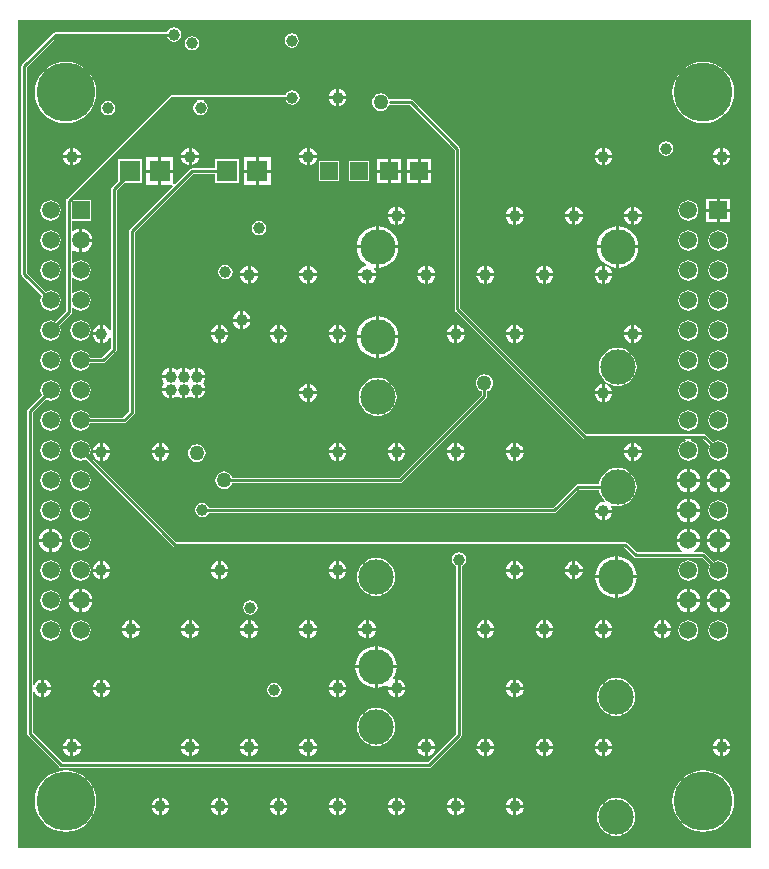
<source format=gbr>
G04 Layer_Physical_Order=3*
G04 Layer_Color=36540*
%FSLAX26Y26*%
%MOIN*%
%TF.FileFunction,Copper,L3,Inr,Signal*%
%TF.Part,Single*%
G01*
G75*
%TA.AperFunction,Conductor*%
%ADD11C,0.010000*%
%TA.AperFunction,ComponentPad*%
%ADD13C,0.059055*%
%ADD14R,0.059055X0.059055*%
%ADD15C,0.118110*%
%ADD16R,0.070866X0.070866*%
%ADD17R,0.060000X0.060000*%
%TA.AperFunction,ViaPad*%
%ADD18C,0.196850*%
%ADD19C,0.039370*%
%ADD20C,0.050000*%
G36*
X2283465Y2602519D02*
Y-157481D01*
X-157480Y-157481D01*
Y2602519D01*
X2283465Y2602519D01*
D02*
G37*
%LPC*%
G36*
X45000Y707714D02*
X39681Y707014D01*
X30066Y703031D01*
X21809Y696695D01*
X15473Y688438D01*
X11490Y678823D01*
X10790Y673504D01*
X45000D01*
Y707714D01*
D02*
G37*
G36*
X-50000Y702257D02*
X-58736Y701107D01*
X-66877Y697735D01*
X-73867Y692371D01*
X-79231Y685381D01*
X-82603Y677240D01*
X-83753Y668504D01*
X-82603Y659768D01*
X-79231Y651627D01*
X-73867Y644637D01*
X-66877Y639273D01*
X-58736Y635901D01*
X-50000Y634751D01*
X-41264Y635901D01*
X-33123Y639273D01*
X-26133Y644637D01*
X-20769Y651627D01*
X-17397Y659768D01*
X-16247Y668504D01*
X-17397Y677240D01*
X-20769Y685381D01*
X-26133Y692371D01*
X-33123Y697735D01*
X-41264Y701107D01*
X-50000Y702257D01*
D02*
G37*
G36*
X2215194Y663504D02*
X2180984D01*
Y629294D01*
X2186303Y629994D01*
X2195918Y633977D01*
X2204175Y640313D01*
X2210511Y648570D01*
X2214494Y658185D01*
X2215194Y663504D01*
D02*
G37*
G36*
X55000Y707714D02*
Y673504D01*
X89210D01*
X88510Y678823D01*
X84527Y688438D01*
X78191Y696695D01*
X69934Y703031D01*
X60319Y707014D01*
X55000Y707714D01*
D02*
G37*
G36*
X2170984Y707714D02*
X2165665Y707014D01*
X2156050Y703031D01*
X2147793Y696695D01*
X2141457Y688438D01*
X2137474Y678823D01*
X2136774Y673504D01*
X2170984D01*
Y707714D01*
D02*
G37*
G36*
X2070984D02*
X2065665Y707014D01*
X2056050Y703031D01*
X2047793Y696695D01*
X2041457Y688438D01*
X2037474Y678823D01*
X2036774Y673504D01*
X2070984D01*
Y707714D01*
D02*
G37*
G36*
X2115194Y663504D02*
X2080984D01*
Y629294D01*
X2086303Y629994D01*
X2095918Y633977D01*
X2104175Y640313D01*
X2110511Y648570D01*
X2114494Y658185D01*
X2115194Y663504D01*
D02*
G37*
G36*
X45000D02*
X10790D01*
X11490Y658185D01*
X15473Y648570D01*
X21809Y640313D01*
X30066Y633977D01*
X39681Y629994D01*
X45000Y629294D01*
Y663504D01*
D02*
G37*
G36*
X615985Y669085D02*
X606768Y667251D01*
X598954Y662030D01*
X593733Y654217D01*
X591900Y645000D01*
X593733Y635783D01*
X598954Y627969D01*
X606768Y622748D01*
X615985Y620915D01*
X625202Y622748D01*
X633015Y627969D01*
X638236Y635783D01*
X640069Y645000D01*
X638236Y654217D01*
X633015Y662030D01*
X625202Y667251D01*
X615985Y669085D01*
D02*
G37*
G36*
X1994623Y602267D02*
Y577984D01*
X2018906D01*
X2018544Y580734D01*
X2015553Y587955D01*
X2010794Y594156D01*
X2004593Y598914D01*
X1997372Y601905D01*
X1994623Y602267D01*
D02*
G37*
G36*
X89210Y663504D02*
X55000D01*
Y629294D01*
X60319Y629994D01*
X69934Y633977D01*
X78191Y640313D01*
X84527Y648570D01*
X88510Y658185D01*
X89210Y663504D01*
D02*
G37*
G36*
X2170984D02*
X2136774D01*
X2137474Y658185D01*
X2141457Y648570D01*
X2147793Y640313D01*
X2156050Y633977D01*
X2165665Y629994D01*
X2170984Y629294D01*
Y663504D01*
D02*
G37*
G36*
X2070984D02*
X2036774D01*
X2037474Y658185D01*
X2041457Y648570D01*
X2047793Y640313D01*
X2056050Y633977D01*
X2065665Y629994D01*
X2070984Y629294D01*
Y663504D01*
D02*
G37*
G36*
X114544Y764835D02*
X90261D01*
X90623Y762085D01*
X93614Y754864D01*
X98372Y748663D01*
X104573Y743905D01*
X111795Y740914D01*
X114544Y740552D01*
Y764835D01*
D02*
G37*
G36*
X50000Y1202257D02*
X41264Y1201107D01*
X33123Y1197735D01*
X26133Y1192371D01*
X20769Y1185381D01*
X17397Y1177240D01*
X16247Y1168504D01*
X17397Y1159768D01*
X20769Y1151627D01*
X26133Y1144637D01*
X33123Y1139273D01*
X41264Y1135901D01*
X50000Y1134751D01*
X58736Y1135901D01*
X66501Y1139117D01*
X357061Y848557D01*
X360017Y846581D01*
X363504Y845888D01*
X1862210D01*
X1894541Y813557D01*
X1897497Y811581D01*
X1900985Y810888D01*
X2122210D01*
X2147172Y785926D01*
X2146753Y785381D01*
X2143381Y777240D01*
X2142231Y768504D01*
X2143381Y759768D01*
X2146753Y751627D01*
X2152117Y744637D01*
X2159107Y739273D01*
X2167248Y735901D01*
X2175984Y734751D01*
X2184720Y735901D01*
X2192861Y739273D01*
X2199851Y744637D01*
X2205215Y751627D01*
X2208587Y759768D01*
X2209737Y768504D01*
X2208587Y777240D01*
X2205215Y785381D01*
X2199851Y792371D01*
X2192861Y797735D01*
X2184720Y801107D01*
X2175984Y802257D01*
X2167248Y801107D01*
X2160541Y798329D01*
X2132428Y826443D01*
X2129472Y828418D01*
X2125985Y829112D01*
X2097373D01*
X2096047Y833618D01*
X2096094Y834112D01*
X2104175Y840313D01*
X2110511Y848570D01*
X2114494Y858185D01*
X2115194Y863504D01*
X2075984D01*
X2036774D01*
X2037474Y858185D01*
X2041457Y848570D01*
X2047793Y840313D01*
X2055874Y834112D01*
X2055921Y833618D01*
X2054595Y829112D01*
X1904759D01*
X1872428Y861443D01*
X1869472Y863418D01*
X1865985Y864112D01*
X367279D01*
X79387Y1152003D01*
X82603Y1159768D01*
X83753Y1168504D01*
X82603Y1177240D01*
X79231Y1185381D01*
X73867Y1192371D01*
X66877Y1197735D01*
X58736Y1201107D01*
X50000Y1202257D01*
D02*
G37*
G36*
X2075984Y802257D02*
X2067248Y801107D01*
X2059107Y797735D01*
X2052117Y792371D01*
X2046753Y785381D01*
X2043381Y777240D01*
X2042231Y768504D01*
X2043381Y759768D01*
X2046753Y751627D01*
X2052117Y744637D01*
X2059107Y739273D01*
X2067248Y735901D01*
X2075984Y734751D01*
X2084720Y735901D01*
X2092861Y739273D01*
X2099851Y744637D01*
X2105215Y751627D01*
X2108587Y759768D01*
X2109737Y768504D01*
X2108587Y777240D01*
X2105215Y785381D01*
X2099851Y792371D01*
X2092861Y797735D01*
X2084720Y801107D01*
X2075984Y802257D01*
D02*
G37*
G36*
X542528Y764835D02*
X518245D01*
Y740552D01*
X520994Y740914D01*
X528215Y743905D01*
X534416Y748663D01*
X539175Y754864D01*
X542166Y762085D01*
X542528Y764835D01*
D02*
G37*
G36*
X508245D02*
X483962D01*
X484324Y762085D01*
X487315Y754864D01*
X492073Y748663D01*
X498274Y743905D01*
X505495Y740914D01*
X508245Y740552D01*
Y764835D01*
D02*
G37*
G36*
X148827D02*
X124544D01*
Y740552D01*
X127293Y740914D01*
X134515Y743905D01*
X140716Y748663D01*
X145474Y754864D01*
X148465Y762085D01*
X148827Y764835D01*
D02*
G37*
G36*
X50000Y802257D02*
X41264Y801107D01*
X33123Y797735D01*
X26133Y792371D01*
X20769Y785381D01*
X17397Y777240D01*
X16247Y768504D01*
X17397Y759768D01*
X20769Y751627D01*
X26133Y744637D01*
X33123Y739273D01*
X41264Y735901D01*
X50000Y734751D01*
X58736Y735901D01*
X66877Y739273D01*
X73867Y744637D01*
X79231Y751627D01*
X82603Y759768D01*
X83753Y768504D01*
X82603Y777240D01*
X79231Y785381D01*
X73867Y792371D01*
X66877Y797735D01*
X58736Y801107D01*
X50000Y802257D01*
D02*
G37*
G36*
X1830000Y742000D02*
X1766103D01*
X1766944Y733463D01*
X1770893Y720446D01*
X1777305Y708449D01*
X1785934Y697934D01*
X1796449Y689305D01*
X1808446Y682893D01*
X1821463Y678944D01*
X1830000Y678103D01*
Y742000D01*
D02*
G37*
G36*
X2180984Y707714D02*
Y673504D01*
X2215194D01*
X2214494Y678823D01*
X2210511Y688438D01*
X2204175Y696695D01*
X2195918Y703031D01*
X2186303Y707014D01*
X2180984Y707714D01*
D02*
G37*
G36*
X2080984D02*
Y673504D01*
X2115194D01*
X2114494Y678823D01*
X2110511Y688438D01*
X2104175Y696695D01*
X2095918Y703031D01*
X2086303Y707014D01*
X2080984Y707714D01*
D02*
G37*
G36*
X-50000Y802257D02*
X-58736Y801107D01*
X-66877Y797735D01*
X-73867Y792371D01*
X-79231Y785381D01*
X-82603Y777240D01*
X-83753Y768504D01*
X-82603Y759768D01*
X-79231Y751627D01*
X-73867Y744637D01*
X-66877Y739273D01*
X-58736Y735901D01*
X-50000Y734751D01*
X-41264Y735901D01*
X-33123Y739273D01*
X-26133Y744637D01*
X-20769Y751627D01*
X-17397Y759768D01*
X-16247Y768504D01*
X-17397Y777240D01*
X-20769Y785381D01*
X-26133Y792371D01*
X-33123Y797735D01*
X-41264Y801107D01*
X-50000Y802257D01*
D02*
G37*
G36*
X1035000Y810297D02*
X1022651Y809081D01*
X1010777Y805479D01*
X999834Y799629D01*
X990242Y791758D01*
X982371Y782166D01*
X976521Y771223D01*
X972919Y759349D01*
X971703Y747000D01*
X972919Y734651D01*
X976521Y722777D01*
X982371Y711834D01*
X990242Y702242D01*
X999834Y694371D01*
X1010777Y688521D01*
X1022651Y684919D01*
X1035000Y683703D01*
X1047349Y684919D01*
X1059223Y688521D01*
X1070166Y694371D01*
X1079758Y702242D01*
X1087629Y711834D01*
X1093479Y722777D01*
X1097081Y734651D01*
X1098297Y747000D01*
X1097081Y759349D01*
X1093479Y771223D01*
X1087629Y782166D01*
X1079758Y791758D01*
X1070166Y799629D01*
X1059223Y805479D01*
X1047349Y809081D01*
X1035000Y810297D01*
D02*
G37*
G36*
X1903897Y742000D02*
X1840000D01*
Y678103D01*
X1848537Y678944D01*
X1861554Y682893D01*
X1873551Y689305D01*
X1884066Y697934D01*
X1892695Y708449D01*
X1899107Y720446D01*
X1903056Y733463D01*
X1903897Y742000D01*
D02*
G37*
G36*
X212969Y602267D02*
X210220Y601905D01*
X202999Y598914D01*
X196798Y594156D01*
X192039Y587955D01*
X189048Y580734D01*
X188686Y577984D01*
X212969D01*
Y602267D01*
D02*
G37*
G36*
X2018906Y567984D02*
X1994623D01*
Y543701D01*
X1997372Y544063D01*
X2004593Y547055D01*
X2010794Y551813D01*
X2015553Y558014D01*
X2018544Y565235D01*
X2018906Y567984D01*
D02*
G37*
G36*
X1984623D02*
X1960340D01*
X1960702Y565235D01*
X1963693Y558014D01*
X1968451Y551813D01*
X1974652Y547055D01*
X1981873Y544063D01*
X1984623Y543701D01*
Y567984D01*
D02*
G37*
G36*
X419820Y602267D02*
Y577984D01*
X444103D01*
X443741Y580734D01*
X440749Y587955D01*
X435991Y594156D01*
X429790Y598914D01*
X422569Y601905D01*
X419820Y602267D01*
D02*
G37*
G36*
X409820D02*
X407070Y601905D01*
X399849Y598914D01*
X393648Y594156D01*
X388890Y587955D01*
X385899Y580734D01*
X385537Y577984D01*
X409820D01*
Y602267D01*
D02*
G37*
G36*
X222969D02*
Y577984D01*
X247252D01*
X246890Y580734D01*
X243899Y587955D01*
X239141Y594156D01*
X232940Y598914D01*
X225719Y601905D01*
X222969Y602267D01*
D02*
G37*
G36*
X1822055Y567984D02*
X1797772D01*
Y543701D01*
X1800522Y544063D01*
X1807743Y547055D01*
X1813944Y551813D01*
X1818702Y558014D01*
X1821693Y565235D01*
X1822055Y567984D01*
D02*
G37*
G36*
X1428355D02*
X1404072D01*
Y543701D01*
X1406821Y544063D01*
X1414042Y547055D01*
X1420243Y551813D01*
X1425001Y558014D01*
X1427993Y565235D01*
X1428355Y567984D01*
D02*
G37*
G36*
X1394072D02*
X1369789D01*
X1370151Y565235D01*
X1373142Y558014D01*
X1377900Y551813D01*
X1384101Y547055D01*
X1391322Y544063D01*
X1394072Y543701D01*
Y567984D01*
D02*
G37*
G36*
X1034654D02*
X1010371D01*
Y543701D01*
X1013120Y544063D01*
X1020341Y547055D01*
X1026542Y551813D01*
X1031301Y558014D01*
X1034292Y565235D01*
X1034654Y567984D01*
D02*
G37*
G36*
X1787772D02*
X1763489D01*
X1763851Y565235D01*
X1766843Y558014D01*
X1771601Y551813D01*
X1777802Y547055D01*
X1785023Y544063D01*
X1787772Y543701D01*
Y567984D01*
D02*
G37*
G36*
X1625205D02*
X1600922D01*
Y543701D01*
X1603671Y544063D01*
X1610893Y547055D01*
X1617094Y551813D01*
X1621852Y558014D01*
X1624843Y565235D01*
X1625205Y567984D01*
D02*
G37*
G36*
X1590922D02*
X1566639D01*
X1567001Y565235D01*
X1569992Y558014D01*
X1574750Y551813D01*
X1580951Y547055D01*
X1588173Y544063D01*
X1590922Y543701D01*
Y567984D01*
D02*
G37*
G36*
X1600922Y602267D02*
Y577984D01*
X1625205D01*
X1624843Y580734D01*
X1621852Y587955D01*
X1617094Y594156D01*
X1610893Y598914D01*
X1603671Y601905D01*
X1600922Y602267D01*
D02*
G37*
G36*
X1590922D02*
X1588173Y601905D01*
X1580951Y598914D01*
X1574750Y594156D01*
X1569992Y587955D01*
X1567001Y580734D01*
X1566639Y577984D01*
X1590922D01*
Y602267D01*
D02*
G37*
G36*
X1404072D02*
Y577984D01*
X1428355D01*
X1427993Y580734D01*
X1425001Y587955D01*
X1420243Y594156D01*
X1414042Y598914D01*
X1406821Y601905D01*
X1404072Y602267D01*
D02*
G37*
G36*
X1984623D02*
X1981873Y601905D01*
X1974652Y598914D01*
X1968451Y594156D01*
X1963693Y587955D01*
X1960702Y580734D01*
X1960340Y577984D01*
X1984623D01*
Y602267D01*
D02*
G37*
G36*
X1797772D02*
Y577984D01*
X1822055D01*
X1821693Y580734D01*
X1818702Y587955D01*
X1813944Y594156D01*
X1807743Y598914D01*
X1800522Y601905D01*
X1797772Y602267D01*
D02*
G37*
G36*
X1787772D02*
X1785023Y601905D01*
X1777802Y598914D01*
X1771601Y594156D01*
X1766843Y587955D01*
X1763851Y580734D01*
X1763489Y577984D01*
X1787772D01*
Y602267D01*
D02*
G37*
G36*
X1394072D02*
X1391322Y601905D01*
X1384101Y598914D01*
X1377900Y594156D01*
X1373142Y587955D01*
X1370151Y580734D01*
X1369789Y577984D01*
X1394072D01*
Y602267D01*
D02*
G37*
G36*
X803520D02*
X800771Y601905D01*
X793550Y598914D01*
X787349Y594156D01*
X782591Y587955D01*
X779599Y580734D01*
X779237Y577984D01*
X803520D01*
Y602267D01*
D02*
G37*
G36*
X616670D02*
Y577984D01*
X640953D01*
X640591Y580734D01*
X637600Y587955D01*
X632842Y594156D01*
X626641Y598914D01*
X619419Y601905D01*
X616670Y602267D01*
D02*
G37*
G36*
X606670D02*
X603921Y601905D01*
X596699Y598914D01*
X590498Y594156D01*
X585740Y587955D01*
X582749Y580734D01*
X582387Y577984D01*
X606670D01*
Y602267D01*
D02*
G37*
G36*
X1010371D02*
Y577984D01*
X1034654D01*
X1034292Y580734D01*
X1031301Y587955D01*
X1026542Y594156D01*
X1020341Y598914D01*
X1013120Y601905D01*
X1010371Y602267D01*
D02*
G37*
G36*
X1000371D02*
X997621Y601905D01*
X990400Y598914D01*
X984199Y594156D01*
X979441Y587955D01*
X976450Y580734D01*
X976088Y577984D01*
X1000371D01*
Y602267D01*
D02*
G37*
G36*
X813520D02*
Y577984D01*
X837803D01*
X837441Y580734D01*
X834450Y587955D01*
X829692Y594156D01*
X823491Y598914D01*
X816270Y601905D01*
X813520Y602267D01*
D02*
G37*
G36*
X1822055Y961685D02*
X1797772D01*
Y937402D01*
X1800522Y937764D01*
X1807743Y940755D01*
X1813944Y945514D01*
X1818702Y951715D01*
X1821693Y958936D01*
X1822055Y961685D01*
D02*
G37*
G36*
X1787772D02*
X1763489D01*
X1763851Y958936D01*
X1766843Y951715D01*
X1771601Y945514D01*
X1777802Y940755D01*
X1785023Y937764D01*
X1787772Y937402D01*
Y961685D01*
D02*
G37*
G36*
X2175984Y1002257D02*
X2167248Y1001107D01*
X2159107Y997735D01*
X2152117Y992371D01*
X2146753Y985381D01*
X2143381Y977240D01*
X2142231Y968504D01*
X2143381Y959768D01*
X2146753Y951627D01*
X2152117Y944637D01*
X2159107Y939273D01*
X2167248Y935901D01*
X2175984Y934751D01*
X2184720Y935901D01*
X2192861Y939273D01*
X2199851Y944637D01*
X2205215Y951627D01*
X2208587Y959768D01*
X2209737Y968504D01*
X2208587Y977240D01*
X2205215Y985381D01*
X2199851Y992371D01*
X2192861Y997735D01*
X2184720Y1001107D01*
X2175984Y1002257D01*
D02*
G37*
G36*
X1840000Y1110297D02*
X1827651Y1109081D01*
X1815777Y1105479D01*
X1804834Y1099629D01*
X1795242Y1091758D01*
X1787371Y1082166D01*
X1781521Y1071223D01*
X1777919Y1059349D01*
X1777601Y1056112D01*
X1707985D01*
X1704498Y1055418D01*
X1701542Y1053443D01*
X1625715Y977616D01*
X478555D01*
X478236Y979217D01*
X473015Y987030D01*
X465202Y992251D01*
X455985Y994085D01*
X446768Y992251D01*
X438954Y987030D01*
X433733Y979217D01*
X431900Y970000D01*
X433733Y960783D01*
X438954Y952969D01*
X446768Y947748D01*
X455985Y945915D01*
X465202Y947748D01*
X473015Y952969D01*
X477307Y959392D01*
X1629489D01*
X1632976Y960086D01*
X1635932Y962061D01*
X1711759Y1037888D01*
X1777601D01*
X1777919Y1034651D01*
X1781521Y1022777D01*
X1787371Y1011834D01*
X1795242Y1002242D01*
X1796545Y1001173D01*
X1794477Y996402D01*
X1792772Y996626D01*
X1785023Y995606D01*
X1777802Y992615D01*
X1771601Y987857D01*
X1766843Y981656D01*
X1763851Y974435D01*
X1763489Y971685D01*
X1822055D01*
X1821693Y974435D01*
X1818702Y981656D01*
X1817949Y982638D01*
X1820938Y986956D01*
X1827651Y984919D01*
X1840000Y983703D01*
X1852349Y984919D01*
X1864223Y988521D01*
X1875166Y994371D01*
X1884758Y1002242D01*
X1892629Y1011834D01*
X1898479Y1022777D01*
X1902081Y1034651D01*
X1903297Y1047000D01*
X1902081Y1059349D01*
X1898479Y1071223D01*
X1892629Y1082166D01*
X1884758Y1091758D01*
X1875166Y1099629D01*
X1864223Y1105479D01*
X1852349Y1109081D01*
X1840000Y1110297D01*
D02*
G37*
G36*
X2080984Y1007714D02*
Y973504D01*
X2115194D01*
X2114494Y978823D01*
X2110511Y988438D01*
X2104175Y996695D01*
X2095918Y1003031D01*
X2086303Y1007014D01*
X2080984Y1007714D01*
D02*
G37*
G36*
X2070984Y1007714D02*
X2065665Y1007014D01*
X2056050Y1003031D01*
X2047793Y996695D01*
X2041457Y988438D01*
X2037474Y978823D01*
X2036774Y973504D01*
X2070984D01*
Y1007714D01*
D02*
G37*
G36*
X50000Y1002257D02*
X41264Y1001107D01*
X33123Y997735D01*
X26133Y992371D01*
X20769Y985381D01*
X17397Y977240D01*
X16247Y968504D01*
X17397Y959768D01*
X20769Y951627D01*
X26133Y944637D01*
X33123Y939273D01*
X41264Y935901D01*
X50000Y934751D01*
X58736Y935901D01*
X66877Y939273D01*
X73867Y944637D01*
X79231Y951627D01*
X82603Y959768D01*
X83753Y968504D01*
X82603Y977240D01*
X79231Y985381D01*
X73867Y992371D01*
X66877Y997735D01*
X58736Y1001107D01*
X50000Y1002257D01*
D02*
G37*
G36*
X2180984Y907714D02*
Y873504D01*
X2215194D01*
X2214494Y878823D01*
X2210511Y888438D01*
X2204175Y896695D01*
X2195918Y903031D01*
X2186303Y907014D01*
X2180984Y907714D01*
D02*
G37*
G36*
X2080984D02*
Y873504D01*
X2115194D01*
X2114494Y878823D01*
X2110511Y888438D01*
X2104175Y896695D01*
X2095918Y903031D01*
X2086303Y907014D01*
X2080984Y907714D01*
D02*
G37*
G36*
X-45000D02*
Y873504D01*
X-10790D01*
X-11490Y878823D01*
X-15473Y888438D01*
X-21809Y896695D01*
X-30066Y903031D01*
X-39681Y907014D01*
X-45000Y907714D01*
D02*
G37*
G36*
X-50000Y1002257D02*
X-58736Y1001107D01*
X-66877Y997735D01*
X-73867Y992371D01*
X-79231Y985381D01*
X-82603Y977240D01*
X-83753Y968504D01*
X-82603Y959768D01*
X-79231Y951627D01*
X-73867Y944637D01*
X-66877Y939273D01*
X-58736Y935901D01*
X-50000Y934751D01*
X-41264Y935901D01*
X-33123Y939273D01*
X-26133Y944637D01*
X-20769Y951627D01*
X-17397Y959768D01*
X-16247Y968504D01*
X-17397Y977240D01*
X-20769Y985381D01*
X-26133Y992371D01*
X-33123Y997735D01*
X-41264Y1001107D01*
X-50000Y1002257D01*
D02*
G37*
G36*
X2115194Y963504D02*
X2080984D01*
Y929294D01*
X2086303Y929994D01*
X2095918Y933977D01*
X2104175Y940313D01*
X2110511Y948570D01*
X2114494Y958185D01*
X2115194Y963504D01*
D02*
G37*
G36*
X2070984D02*
X2036774D01*
X2037474Y958185D01*
X2041457Y948570D01*
X2047793Y940313D01*
X2056050Y933977D01*
X2065665Y929994D01*
X2070984Y929294D01*
Y963504D01*
D02*
G37*
G36*
X2180984Y1107714D02*
Y1073504D01*
X2215194D01*
X2214494Y1078823D01*
X2210511Y1088438D01*
X2204175Y1096695D01*
X2195918Y1103031D01*
X2186303Y1107014D01*
X2180984Y1107714D01*
D02*
G37*
G36*
X2080984D02*
Y1073504D01*
X2115194D01*
X2114494Y1078823D01*
X2110511Y1088438D01*
X2104175Y1096695D01*
X2095918Y1103031D01*
X2086303Y1107014D01*
X2080984Y1107714D01*
D02*
G37*
G36*
X2170984Y1107714D02*
X2165665Y1107014D01*
X2156050Y1103031D01*
X2147793Y1096695D01*
X2141457Y1088438D01*
X2137474Y1078823D01*
X2136774Y1073504D01*
X2170984D01*
Y1107714D01*
D02*
G37*
G36*
X114544Y1158536D02*
X90261D01*
X90623Y1155786D01*
X93614Y1148565D01*
X98372Y1142364D01*
X104573Y1137606D01*
X111795Y1134615D01*
X114544Y1134253D01*
Y1158536D01*
D02*
G37*
G36*
X437357Y1189187D02*
X429803Y1188192D01*
X422763Y1185276D01*
X416719Y1180638D01*
X412080Y1174593D01*
X409164Y1167554D01*
X408170Y1160000D01*
X409164Y1152446D01*
X412080Y1145406D01*
X416719Y1139362D01*
X422763Y1134723D01*
X429803Y1131808D01*
X437357Y1130813D01*
X444911Y1131808D01*
X451950Y1134723D01*
X457995Y1139362D01*
X462633Y1145406D01*
X465549Y1152446D01*
X466543Y1160000D01*
X465549Y1167554D01*
X462633Y1174593D01*
X457995Y1180638D01*
X451950Y1185276D01*
X444911Y1188192D01*
X437357Y1189187D01*
D02*
G37*
G36*
X1395985Y1422533D02*
X1388430Y1421538D01*
X1381391Y1418622D01*
X1375347Y1413984D01*
X1370708Y1407939D01*
X1367792Y1400900D01*
X1366798Y1393346D01*
X1367792Y1385792D01*
X1370708Y1378753D01*
X1375347Y1372708D01*
X1381391Y1368070D01*
X1386872Y1365799D01*
Y1353774D01*
X1111573Y1078474D01*
X556209D01*
X553938Y1083956D01*
X549300Y1090000D01*
X543255Y1094639D01*
X536216Y1097554D01*
X528662Y1098549D01*
X521108Y1097554D01*
X514069Y1094639D01*
X508024Y1090000D01*
X503386Y1083956D01*
X500470Y1076916D01*
X499475Y1069362D01*
X500470Y1061808D01*
X503386Y1054769D01*
X508024Y1048724D01*
X514069Y1044086D01*
X521108Y1041170D01*
X528662Y1040176D01*
X536216Y1041170D01*
X543255Y1044086D01*
X549300Y1048724D01*
X553938Y1054769D01*
X556209Y1060250D01*
X1115347D01*
X1118834Y1060944D01*
X1121790Y1062919D01*
X1402428Y1343557D01*
X1404403Y1346513D01*
X1405097Y1350000D01*
Y1365799D01*
X1410578Y1368070D01*
X1416623Y1372708D01*
X1421261Y1378753D01*
X1424177Y1385792D01*
X1425171Y1393346D01*
X1424177Y1400900D01*
X1421261Y1407939D01*
X1416623Y1413984D01*
X1410578Y1418622D01*
X1403539Y1421538D01*
X1395985Y1422533D01*
D02*
G37*
G36*
X2070984Y1107714D02*
X2065665Y1107014D01*
X2056050Y1103031D01*
X2047793Y1096695D01*
X2041457Y1088438D01*
X2037474Y1078823D01*
X2036774Y1073504D01*
X2070984D01*
Y1107714D01*
D02*
G37*
G36*
X2115194Y1063504D02*
X2080984D01*
Y1029294D01*
X2086303Y1029994D01*
X2095918Y1033977D01*
X2104175Y1040313D01*
X2110511Y1048570D01*
X2114494Y1058185D01*
X2115194Y1063504D01*
D02*
G37*
G36*
X2170984D02*
X2136774D01*
X2137474Y1058185D01*
X2141457Y1048570D01*
X2147793Y1040313D01*
X2156050Y1033977D01*
X2165665Y1029994D01*
X2170984Y1029294D01*
Y1063504D01*
D02*
G37*
G36*
X2070984D02*
X2036774D01*
X2037474Y1058185D01*
X2041457Y1048570D01*
X2047793Y1040313D01*
X2056050Y1033977D01*
X2065665Y1029994D01*
X2070984Y1029294D01*
Y1063504D01*
D02*
G37*
G36*
X50000Y1102257D02*
X41264Y1101107D01*
X33123Y1097735D01*
X26133Y1092371D01*
X20769Y1085381D01*
X17397Y1077240D01*
X16247Y1068504D01*
X17397Y1059768D01*
X20769Y1051627D01*
X26133Y1044637D01*
X33123Y1039273D01*
X41264Y1035901D01*
X50000Y1034751D01*
X58736Y1035901D01*
X66877Y1039273D01*
X73867Y1044637D01*
X79231Y1051627D01*
X82603Y1059768D01*
X83753Y1068504D01*
X82603Y1077240D01*
X79231Y1085381D01*
X73867Y1092371D01*
X66877Y1097735D01*
X58736Y1101107D01*
X50000Y1102257D01*
D02*
G37*
G36*
X-50000D02*
X-58736Y1101107D01*
X-66877Y1097735D01*
X-73867Y1092371D01*
X-79231Y1085381D01*
X-82603Y1077240D01*
X-83753Y1068504D01*
X-82603Y1059768D01*
X-79231Y1051627D01*
X-73867Y1044637D01*
X-66877Y1039273D01*
X-58736Y1035901D01*
X-50000Y1034751D01*
X-41264Y1035901D01*
X-33123Y1039273D01*
X-26133Y1044637D01*
X-20769Y1051627D01*
X-17397Y1059768D01*
X-16247Y1068504D01*
X-17397Y1077240D01*
X-20769Y1085381D01*
X-26133Y1092371D01*
X-33123Y1097735D01*
X-41264Y1101107D01*
X-50000Y1102257D01*
D02*
G37*
G36*
X2215194Y1063504D02*
X2180984D01*
Y1029294D01*
X2186303Y1029994D01*
X2195918Y1033977D01*
X2204175Y1040313D01*
X2210511Y1048570D01*
X2214494Y1058185D01*
X2215194Y1063504D01*
D02*
G37*
G36*
X124544Y799118D02*
Y774835D01*
X148827D01*
X148465Y777584D01*
X145474Y784805D01*
X140716Y791006D01*
X134515Y795765D01*
X127293Y798756D01*
X124544Y799118D01*
D02*
G37*
G36*
X114544D02*
X111795Y798756D01*
X104573Y795765D01*
X98372Y791006D01*
X93614Y784805D01*
X90623Y777584D01*
X90261Y774835D01*
X114544D01*
Y799118D01*
D02*
G37*
G36*
X1840000Y815897D02*
Y752000D01*
X1903897D01*
X1903056Y760537D01*
X1899107Y773554D01*
X1892695Y785551D01*
X1884066Y796066D01*
X1873551Y804695D01*
X1861554Y811107D01*
X1848537Y815056D01*
X1840000Y815897D01*
D02*
G37*
G36*
X901946Y799118D02*
X899196Y798756D01*
X891975Y795765D01*
X885774Y791006D01*
X881016Y784805D01*
X878025Y777584D01*
X877663Y774835D01*
X901946D01*
Y799118D01*
D02*
G37*
G36*
X518245D02*
Y774835D01*
X542528D01*
X542166Y777584D01*
X539175Y784805D01*
X534416Y791006D01*
X528215Y795765D01*
X520994Y798756D01*
X518245Y799118D01*
D02*
G37*
G36*
X508245D02*
X505495Y798756D01*
X498274Y795765D01*
X492073Y791006D01*
X487315Y784805D01*
X484324Y777584D01*
X483962Y774835D01*
X508245D01*
Y799118D01*
D02*
G37*
G36*
X1830000Y815897D02*
X1821463Y815056D01*
X1808446Y811107D01*
X1796449Y804695D01*
X1785934Y796066D01*
X1777305Y785551D01*
X1770893Y773554D01*
X1766944Y760537D01*
X1766103Y752000D01*
X1830000D01*
Y815897D01*
D02*
G37*
G36*
X1492497Y764835D02*
X1468214D01*
X1468576Y762085D01*
X1471567Y754864D01*
X1476325Y748663D01*
X1482526Y743905D01*
X1489747Y740914D01*
X1492497Y740552D01*
Y764835D01*
D02*
G37*
G36*
X936229D02*
X911946D01*
Y740552D01*
X914695Y740914D01*
X921916Y743905D01*
X928117Y748663D01*
X932875Y754864D01*
X935867Y762085D01*
X936229Y764835D01*
D02*
G37*
G36*
X901946D02*
X877663D01*
X878025Y762085D01*
X881016Y754864D01*
X885774Y748663D01*
X891975Y743905D01*
X899196Y740914D01*
X901946Y740552D01*
Y764835D01*
D02*
G37*
G36*
X1723630D02*
X1699347D01*
Y740552D01*
X1702097Y740914D01*
X1709318Y743905D01*
X1715519Y748663D01*
X1720277Y754864D01*
X1723268Y762085D01*
X1723630Y764835D01*
D02*
G37*
G36*
X1689347D02*
X1665064D01*
X1665426Y762085D01*
X1668417Y754864D01*
X1673176Y748663D01*
X1679377Y743905D01*
X1686598Y740914D01*
X1689347Y740552D01*
Y764835D01*
D02*
G37*
G36*
X1526780D02*
X1502497D01*
Y740552D01*
X1505246Y740914D01*
X1512467Y743905D01*
X1518668Y748663D01*
X1523427Y754864D01*
X1526418Y762085D01*
X1526780Y764835D01*
D02*
G37*
G36*
X50000Y902257D02*
X41264Y901107D01*
X33123Y897735D01*
X26133Y892371D01*
X20769Y885381D01*
X17397Y877240D01*
X16247Y868504D01*
X17397Y859768D01*
X20769Y851627D01*
X26133Y844637D01*
X33123Y839273D01*
X41264Y835901D01*
X50000Y834751D01*
X58736Y835901D01*
X66877Y839273D01*
X73867Y844637D01*
X79231Y851627D01*
X82603Y859768D01*
X83753Y868504D01*
X82603Y877240D01*
X79231Y885381D01*
X73867Y892371D01*
X66877Y897735D01*
X58736Y901107D01*
X50000Y902257D01*
D02*
G37*
G36*
X2215194Y863504D02*
X2180984D01*
Y829294D01*
X2186303Y829994D01*
X2195918Y833977D01*
X2204175Y840313D01*
X2210511Y848570D01*
X2214494Y858185D01*
X2215194Y863504D01*
D02*
G37*
G36*
X-10790D02*
X-45000D01*
Y829294D01*
X-39681Y829994D01*
X-30066Y833977D01*
X-21809Y840313D01*
X-15473Y848570D01*
X-11490Y858185D01*
X-10790Y863504D01*
D02*
G37*
G36*
X2170984Y907714D02*
X2165665Y907014D01*
X2156050Y903031D01*
X2147793Y896695D01*
X2141457Y888438D01*
X2137474Y878823D01*
X2136774Y873504D01*
X2170984D01*
Y907714D01*
D02*
G37*
G36*
X2070984D02*
X2065665Y907014D01*
X2056050Y903031D01*
X2047793Y896695D01*
X2041457Y888438D01*
X2037474Y878823D01*
X2036774Y873504D01*
X2070984D01*
Y907714D01*
D02*
G37*
G36*
X-55000D02*
X-60319Y907014D01*
X-69934Y903031D01*
X-78191Y896695D01*
X-84527Y888438D01*
X-88510Y878823D01*
X-89210Y873504D01*
X-55000D01*
Y907714D01*
D02*
G37*
G36*
X2170984Y863504D02*
X2136774D01*
X2137474Y858185D01*
X2141457Y848570D01*
X2147793Y840313D01*
X2156050Y833977D01*
X2165665Y829994D01*
X2170984Y829294D01*
Y863504D01*
D02*
G37*
G36*
X1502497Y799118D02*
Y774835D01*
X1526780D01*
X1526418Y777584D01*
X1523427Y784805D01*
X1518668Y791006D01*
X1512467Y795765D01*
X1505246Y798756D01*
X1502497Y799118D01*
D02*
G37*
G36*
X1492497D02*
X1489747Y798756D01*
X1482526Y795765D01*
X1476325Y791006D01*
X1471567Y784805D01*
X1468576Y777584D01*
X1468214Y774835D01*
X1492497D01*
Y799118D01*
D02*
G37*
G36*
X911946D02*
Y774835D01*
X936229D01*
X935867Y777584D01*
X932875Y784805D01*
X928117Y791006D01*
X921916Y795765D01*
X914695Y798756D01*
X911946Y799118D01*
D02*
G37*
G36*
X-55000Y863504D02*
X-89210D01*
X-88510Y858185D01*
X-84527Y848570D01*
X-78191Y840313D01*
X-69934Y833977D01*
X-60319Y829994D01*
X-55000Y829294D01*
Y863504D01*
D02*
G37*
G36*
X1699347Y799118D02*
Y774835D01*
X1723630D01*
X1723268Y777584D01*
X1720277Y784805D01*
X1715519Y791006D01*
X1709318Y795765D01*
X1702097Y798756D01*
X1699347Y799118D01*
D02*
G37*
G36*
X1689347D02*
X1686598Y798756D01*
X1679377Y795765D01*
X1673176Y791006D01*
X1668417Y784805D01*
X1665426Y777584D01*
X1665064Y774835D01*
X1689347D01*
Y799118D01*
D02*
G37*
G36*
X606670Y174284D02*
X582387D01*
X582749Y171534D01*
X585740Y164313D01*
X590498Y158112D01*
X596699Y153354D01*
X603921Y150363D01*
X606670Y150001D01*
Y174284D01*
D02*
G37*
G36*
X444103D02*
X419820D01*
Y150001D01*
X422569Y150363D01*
X429790Y153354D01*
X435991Y158112D01*
X440749Y164313D01*
X443741Y171534D01*
X444103Y174284D01*
D02*
G37*
G36*
X409820D02*
X385537D01*
X385899Y171534D01*
X388890Y164313D01*
X393648Y158112D01*
X399849Y153354D01*
X407070Y150363D01*
X409820Y150001D01*
Y174284D01*
D02*
G37*
G36*
X837803D02*
X813520D01*
Y150001D01*
X816270Y150363D01*
X823491Y153354D01*
X829692Y158112D01*
X834450Y164313D01*
X837441Y171534D01*
X837803Y174284D01*
D02*
G37*
G36*
X803520D02*
X779237D01*
X779599Y171534D01*
X782591Y164313D01*
X787349Y158112D01*
X793550Y153354D01*
X800771Y150363D01*
X803520Y150001D01*
Y174284D01*
D02*
G37*
G36*
X640953D02*
X616670D01*
Y150001D01*
X619419Y150363D01*
X626641Y153354D01*
X632842Y158112D01*
X637600Y164313D01*
X640591Y171534D01*
X640953Y174284D01*
D02*
G37*
G36*
X50402D02*
X26119D01*
Y150001D01*
X28868Y150363D01*
X36089Y153354D01*
X42290Y158112D01*
X47049Y164313D01*
X50040Y171534D01*
X50402Y174284D01*
D02*
G37*
G36*
X1305646Y11716D02*
Y-12567D01*
X1329929D01*
X1329567Y-9817D01*
X1326576Y-2596D01*
X1321818Y3605D01*
X1315617Y8363D01*
X1308396Y11354D01*
X1305646Y11716D01*
D02*
G37*
G36*
X1295646D02*
X1292897Y11354D01*
X1285676Y8363D01*
X1279475Y3605D01*
X1274717Y-2596D01*
X1271725Y-9817D01*
X1271363Y-12567D01*
X1295646D01*
Y11716D01*
D02*
G37*
G36*
X1108796D02*
Y-12567D01*
X1133079D01*
X1132717Y-9817D01*
X1129726Y-2596D01*
X1124968Y3605D01*
X1118767Y8363D01*
X1111545Y11354D01*
X1108796Y11716D01*
D02*
G37*
G36*
X16119Y174284D02*
X-8164D01*
X-7802Y171534D01*
X-4811Y164313D01*
X-53Y158112D01*
X6148Y153354D01*
X13369Y150363D01*
X16119Y150001D01*
Y174284D01*
D02*
G37*
G36*
X1502497Y11716D02*
Y-12567D01*
X1526780D01*
X1526418Y-9817D01*
X1523427Y-2596D01*
X1518668Y3605D01*
X1512467Y8363D01*
X1505246Y11354D01*
X1502497Y11716D01*
D02*
G37*
G36*
X1492497D02*
X1489747Y11354D01*
X1482526Y8363D01*
X1476325Y3605D01*
X1471567Y-2596D01*
X1468576Y-9817D01*
X1468214Y-12567D01*
X1492497D01*
Y11716D01*
D02*
G37*
G36*
X2215756Y174284D02*
X2191473D01*
Y150001D01*
X2194223Y150363D01*
X2201444Y153354D01*
X2207645Y158112D01*
X2212403Y164313D01*
X2215394Y171534D01*
X2215756Y174284D01*
D02*
G37*
G36*
X2181473D02*
X2157190D01*
X2157552Y171534D01*
X2160543Y164313D01*
X2165302Y158112D01*
X2171503Y153354D01*
X2178724Y150363D01*
X2181473Y150001D01*
Y174284D01*
D02*
G37*
G36*
X1822055D02*
X1797772D01*
Y150001D01*
X1800522Y150363D01*
X1807743Y153354D01*
X1813944Y158112D01*
X1818702Y164313D01*
X1821693Y171534D01*
X1822055Y174284D01*
D02*
G37*
G36*
X26119Y208567D02*
Y184284D01*
X50402D01*
X50040Y187033D01*
X47049Y194254D01*
X42290Y200455D01*
X36089Y205213D01*
X28868Y208205D01*
X26119Y208567D01*
D02*
G37*
G36*
X16119D02*
X13369Y208205D01*
X6148Y205213D01*
X-53Y200455D01*
X-4811Y194254D01*
X-7802Y187033D01*
X-8164Y184284D01*
X16119D01*
Y208567D01*
D02*
G37*
G36*
X1035000Y310297D02*
X1022651Y309081D01*
X1010777Y305479D01*
X999834Y299629D01*
X990242Y291758D01*
X982371Y282166D01*
X976521Y271223D01*
X972919Y259349D01*
X971703Y247000D01*
X972919Y234651D01*
X976521Y222777D01*
X982371Y211834D01*
X990242Y202242D01*
X999834Y194371D01*
X1010777Y188521D01*
X1022651Y184919D01*
X1035000Y183703D01*
X1047349Y184919D01*
X1059223Y188521D01*
X1070166Y194371D01*
X1079758Y202242D01*
X1087629Y211834D01*
X1093479Y222777D01*
X1097081Y234651D01*
X1098297Y247000D01*
X1097081Y259349D01*
X1093479Y271223D01*
X1087629Y282166D01*
X1079758Y291758D01*
X1070166Y299629D01*
X1059223Y305479D01*
X1047349Y309081D01*
X1035000Y310297D01*
D02*
G37*
G36*
X1787772Y174284D02*
X1763489D01*
X1763851Y171534D01*
X1766843Y164313D01*
X1771601Y158112D01*
X1777802Y153354D01*
X1785023Y150363D01*
X1787772Y150001D01*
Y174284D01*
D02*
G37*
G36*
X1394072D02*
X1369789D01*
X1370151Y171534D01*
X1373142Y164313D01*
X1377900Y158112D01*
X1384101Y153354D01*
X1391322Y150363D01*
X1394072Y150001D01*
Y174284D01*
D02*
G37*
G36*
X1231504D02*
X1207221D01*
Y150001D01*
X1209971Y150363D01*
X1217192Y153354D01*
X1223393Y158112D01*
X1228151Y164313D01*
X1231142Y171534D01*
X1231504Y174284D01*
D02*
G37*
G36*
X1197221D02*
X1172938D01*
X1173300Y171534D01*
X1176291Y164313D01*
X1181050Y158112D01*
X1187251Y153354D01*
X1194472Y150363D01*
X1197221Y150001D01*
Y174284D01*
D02*
G37*
G36*
X1625205D02*
X1600922D01*
Y150001D01*
X1603671Y150363D01*
X1610893Y153354D01*
X1617094Y158112D01*
X1621852Y164313D01*
X1624843Y171534D01*
X1625205Y174284D01*
D02*
G37*
G36*
X1590922D02*
X1566639D01*
X1567001Y171534D01*
X1569992Y164313D01*
X1574750Y158112D01*
X1580951Y153354D01*
X1588173Y150363D01*
X1590922Y150001D01*
Y174284D01*
D02*
G37*
G36*
X1428355D02*
X1404072D01*
Y150001D01*
X1406821Y150363D01*
X1414042Y153354D01*
X1420243Y158112D01*
X1425001Y164313D01*
X1427993Y171534D01*
X1428355Y174284D01*
D02*
G37*
G36*
X901946Y-22567D02*
X877663D01*
X878025Y-25316D01*
X881016Y-32537D01*
X885774Y-38738D01*
X891975Y-43497D01*
X899196Y-46488D01*
X901946Y-46850D01*
Y-22567D01*
D02*
G37*
G36*
X739378D02*
X715095D01*
Y-46850D01*
X717845Y-46488D01*
X725066Y-43497D01*
X731267Y-38738D01*
X736025Y-32537D01*
X739016Y-25316D01*
X739378Y-22567D01*
D02*
G37*
G36*
X705095D02*
X680812D01*
X681174Y-25316D01*
X684165Y-32537D01*
X688924Y-38738D01*
X695125Y-43497D01*
X702346Y-46488D01*
X705095Y-46850D01*
Y-22567D01*
D02*
G37*
G36*
X1133079D02*
X1108796D01*
Y-46850D01*
X1111545Y-46488D01*
X1118767Y-43497D01*
X1124968Y-38738D01*
X1129726Y-32537D01*
X1132717Y-25316D01*
X1133079Y-22567D01*
D02*
G37*
G36*
X1098796D02*
X1074513D01*
X1074875Y-25316D01*
X1077866Y-32537D01*
X1082624Y-38738D01*
X1088825Y-43497D01*
X1096047Y-46488D01*
X1098796Y-46850D01*
Y-22567D01*
D02*
G37*
G36*
X936229D02*
X911946D01*
Y-46850D01*
X914695Y-46488D01*
X921916Y-43497D01*
X928117Y-38738D01*
X932875Y-32537D01*
X935867Y-25316D01*
X936229Y-22567D01*
D02*
G37*
G36*
X542528D02*
X518245D01*
Y-46850D01*
X520994Y-46488D01*
X528215Y-43497D01*
X534416Y-38738D01*
X539175Y-32537D01*
X542166Y-25316D01*
X542528Y-22567D01*
D02*
G37*
G36*
X2125984Y102858D02*
X2105918Y100881D01*
X2086622Y95028D01*
X2068839Y85523D01*
X2053253Y72731D01*
X2040461Y57145D01*
X2030956Y39362D01*
X2025103Y20067D01*
X2023127Y0D01*
X2025103Y-20067D01*
X2030956Y-39362D01*
X2040461Y-57145D01*
X2053253Y-72731D01*
X2068839Y-85523D01*
X2086622Y-95028D01*
X2105918Y-100881D01*
X2125984Y-102858D01*
X2146050Y-100881D01*
X2165346Y-95028D01*
X2183129Y-85523D01*
X2198715Y-72731D01*
X2211507Y-57145D01*
X2221012Y-39362D01*
X2226865Y-20067D01*
X2228841Y0D01*
X2226865Y20067D01*
X2221012Y39362D01*
X2211507Y57145D01*
X2198715Y72731D01*
X2183129Y85523D01*
X2165346Y95028D01*
X2146050Y100881D01*
X2125984Y102858D01*
D02*
G37*
G36*
X0D02*
X-20067Y100881D01*
X-39362Y95028D01*
X-57145Y85523D01*
X-72731Y72731D01*
X-85523Y57145D01*
X-95028Y39362D01*
X-100881Y20067D01*
X-102858Y0D01*
X-100881Y-20067D01*
X-95028Y-39362D01*
X-85523Y-57145D01*
X-72731Y-72731D01*
X-57145Y-85523D01*
X-39362Y-95028D01*
X-20067Y-100881D01*
X0Y-102858D01*
X20067Y-100881D01*
X39362Y-95028D01*
X57145Y-85523D01*
X72731Y-72731D01*
X85523Y-57145D01*
X95028Y-39362D01*
X100881Y-20067D01*
X102858Y0D01*
X100881Y20067D01*
X95028Y39362D01*
X85523Y57145D01*
X72731Y72731D01*
X57145Y85523D01*
X39362Y95028D01*
X20067Y100881D01*
X0Y102858D01*
D02*
G37*
G36*
X1835000Y10297D02*
X1822651Y9081D01*
X1810777Y5479D01*
X1799834Y-371D01*
X1790242Y-8242D01*
X1782371Y-17834D01*
X1776521Y-28777D01*
X1772919Y-40651D01*
X1771703Y-53000D01*
X1772919Y-65349D01*
X1776521Y-77223D01*
X1782371Y-88166D01*
X1790242Y-97758D01*
X1799834Y-105629D01*
X1810777Y-111479D01*
X1822651Y-115081D01*
X1835000Y-116297D01*
X1847349Y-115081D01*
X1859223Y-111479D01*
X1870166Y-105629D01*
X1879758Y-97758D01*
X1887629Y-88166D01*
X1893479Y-77223D01*
X1897081Y-65349D01*
X1898297Y-53000D01*
X1897081Y-40651D01*
X1893479Y-28777D01*
X1887629Y-17834D01*
X1879758Y-8242D01*
X1870166Y-371D01*
X1859223Y5479D01*
X1847349Y9081D01*
X1835000Y10297D01*
D02*
G37*
G36*
X508245Y-22567D02*
X483962D01*
X484324Y-25316D01*
X487315Y-32537D01*
X492073Y-38738D01*
X498274Y-43497D01*
X505495Y-46488D01*
X508245Y-46850D01*
Y-22567D01*
D02*
G37*
G36*
X345677D02*
X321394D01*
Y-46850D01*
X324144Y-46488D01*
X331365Y-43497D01*
X337566Y-38738D01*
X342324Y-32537D01*
X345315Y-25316D01*
X345677Y-22567D01*
D02*
G37*
G36*
X311394D02*
X287111D01*
X287473Y-25316D01*
X290465Y-32537D01*
X295223Y-38738D01*
X301424Y-43497D01*
X308645Y-46488D01*
X311394Y-46850D01*
Y-22567D01*
D02*
G37*
G36*
X715095Y11716D02*
Y-12567D01*
X739378D01*
X739016Y-9817D01*
X736025Y-2596D01*
X731267Y3605D01*
X725066Y8363D01*
X717845Y11354D01*
X715095Y11716D01*
D02*
G37*
G36*
X705095D02*
X702346Y11354D01*
X695125Y8363D01*
X688924Y3605D01*
X684165Y-2596D01*
X681174Y-9817D01*
X680812Y-12567D01*
X705095D01*
Y11716D01*
D02*
G37*
G36*
X518245D02*
Y-12567D01*
X542528D01*
X542166Y-9817D01*
X539175Y-2596D01*
X534416Y3605D01*
X528215Y8363D01*
X520994Y11354D01*
X518245Y11716D01*
D02*
G37*
G36*
X1098796D02*
X1096047Y11354D01*
X1088825Y8363D01*
X1082624Y3605D01*
X1077866Y-2596D01*
X1074875Y-9817D01*
X1074513Y-12567D01*
X1098796D01*
Y11716D01*
D02*
G37*
G36*
X911946D02*
Y-12567D01*
X936229D01*
X935867Y-9817D01*
X932875Y-2596D01*
X928117Y3605D01*
X921916Y8363D01*
X914695Y11354D01*
X911946Y11716D01*
D02*
G37*
G36*
X901946D02*
X899196Y11354D01*
X891975Y8363D01*
X885774Y3605D01*
X881016Y-2596D01*
X878025Y-9817D01*
X877663Y-12567D01*
X901946D01*
Y11716D01*
D02*
G37*
G36*
X508245D02*
X505495Y11354D01*
X498274Y8363D01*
X492073Y3605D01*
X487315Y-2596D01*
X484324Y-9817D01*
X483962Y-12567D01*
X508245D01*
Y11716D01*
D02*
G37*
G36*
X1492497Y-22567D02*
X1468214D01*
X1468576Y-25316D01*
X1471567Y-32537D01*
X1476325Y-38738D01*
X1482526Y-43497D01*
X1489747Y-46488D01*
X1492497Y-46850D01*
Y-22567D01*
D02*
G37*
G36*
X1329929D02*
X1305646D01*
Y-46850D01*
X1308396Y-46488D01*
X1315617Y-43497D01*
X1321818Y-38738D01*
X1326576Y-32537D01*
X1329567Y-25316D01*
X1329929Y-22567D01*
D02*
G37*
G36*
X1295646D02*
X1271363D01*
X1271725Y-25316D01*
X1274717Y-32537D01*
X1279475Y-38738D01*
X1285676Y-43497D01*
X1292897Y-46488D01*
X1295646Y-46850D01*
Y-22567D01*
D02*
G37*
G36*
X321394Y11716D02*
Y-12567D01*
X345677D01*
X345315Y-9817D01*
X342324Y-2596D01*
X337566Y3605D01*
X331365Y8363D01*
X324144Y11354D01*
X321394Y11716D01*
D02*
G37*
G36*
X311394D02*
X308645Y11354D01*
X301424Y8363D01*
X295223Y3605D01*
X290465Y-2596D01*
X287473Y-9817D01*
X287111Y-12567D01*
X311394D01*
Y11716D01*
D02*
G37*
G36*
X1526780Y-22567D02*
X1502497D01*
Y-46850D01*
X1505246Y-46488D01*
X1512467Y-43497D01*
X1518668Y-38738D01*
X1523427Y-32537D01*
X1526418Y-25316D01*
X1526780Y-22567D01*
D02*
G37*
G36*
X1492497Y405417D02*
X1489747Y405055D01*
X1482526Y402064D01*
X1476325Y397306D01*
X1471567Y391105D01*
X1468576Y383883D01*
X1468214Y381134D01*
X1492497D01*
Y405417D01*
D02*
G37*
G36*
X1108796D02*
Y381134D01*
X1133079D01*
X1132717Y383883D01*
X1129726Y391105D01*
X1124968Y397306D01*
X1118767Y402064D01*
X1111545Y405055D01*
X1108796Y405417D01*
D02*
G37*
G36*
X1103897Y442000D02*
X1040000D01*
Y378103D01*
X1048537Y378944D01*
X1061554Y382893D01*
X1071185Y388041D01*
X1075120Y384474D01*
X1074875Y383883D01*
X1074513Y381134D01*
X1098796D01*
Y405417D01*
X1096418Y405104D01*
X1094537Y406794D01*
X1093127Y409258D01*
X1099107Y420446D01*
X1103056Y433463D01*
X1103897Y442000D01*
D02*
G37*
G36*
X1040000Y515897D02*
Y452000D01*
X1103897D01*
X1103056Y460537D01*
X1099107Y473554D01*
X1092695Y485551D01*
X1084066Y496066D01*
X1073551Y504695D01*
X1061554Y511107D01*
X1048537Y515056D01*
X1040000Y515897D01*
D02*
G37*
G36*
X1030000D02*
X1021463Y515056D01*
X1008446Y511107D01*
X996449Y504695D01*
X985934Y496066D01*
X977305Y485551D01*
X970893Y473554D01*
X966944Y460537D01*
X966103Y452000D01*
X1030000D01*
Y515897D01*
D02*
G37*
G36*
X1502497Y405417D02*
Y381134D01*
X1526780D01*
X1526418Y383883D01*
X1523427Y391105D01*
X1518668Y397306D01*
X1512467Y402064D01*
X1505246Y405055D01*
X1502497Y405417D01*
D02*
G37*
G36*
X911946D02*
Y381134D01*
X936229D01*
X935867Y383883D01*
X932875Y391105D01*
X928117Y397306D01*
X921916Y402064D01*
X914695Y405055D01*
X911946Y405417D01*
D02*
G37*
G36*
X-72306D02*
Y381134D01*
X-48023D01*
X-48385Y383883D01*
X-51377Y391105D01*
X-56135Y397306D01*
X-62336Y402064D01*
X-69557Y405055D01*
X-72306Y405417D01*
D02*
G37*
G36*
X1030000Y442000D02*
X966103D01*
X966944Y433463D01*
X970893Y420446D01*
X977305Y408449D01*
X985934Y397934D01*
X996449Y389305D01*
X1008446Y382893D01*
X1021463Y378944D01*
X1030000Y378103D01*
Y442000D01*
D02*
G37*
G36*
X1526780Y371134D02*
X1502497D01*
Y346851D01*
X1505246Y347213D01*
X1512467Y350204D01*
X1518668Y354962D01*
X1523427Y361163D01*
X1526418Y368385D01*
X1526780Y371134D01*
D02*
G37*
G36*
X901946Y405417D02*
X899196Y405055D01*
X891975Y402064D01*
X885774Y397306D01*
X881016Y391105D01*
X878025Y383883D01*
X877663Y381134D01*
X901946D01*
Y405417D01*
D02*
G37*
G36*
X124544D02*
Y381134D01*
X148827D01*
X148465Y383883D01*
X145474Y391105D01*
X140716Y397306D01*
X134515Y402064D01*
X127293Y405055D01*
X124544Y405417D01*
D02*
G37*
G36*
X114544D02*
X111795Y405055D01*
X104573Y402064D01*
X98372Y397306D01*
X93614Y391105D01*
X90623Y383883D01*
X90261Y381134D01*
X114544D01*
Y405417D01*
D02*
G37*
G36*
X640953Y567984D02*
X616670D01*
Y543701D01*
X619419Y544063D01*
X626641Y547055D01*
X632842Y551813D01*
X637600Y558014D01*
X640591Y565235D01*
X640953Y567984D01*
D02*
G37*
G36*
X606670D02*
X582387D01*
X582749Y565235D01*
X585740Y558014D01*
X590498Y551813D01*
X596699Y547055D01*
X603921Y544063D01*
X606670Y543701D01*
Y567984D01*
D02*
G37*
G36*
X444103D02*
X419820D01*
Y543701D01*
X422569Y544063D01*
X429790Y547055D01*
X435991Y551813D01*
X440749Y558014D01*
X443741Y565235D01*
X444103Y567984D01*
D02*
G37*
G36*
X1000371D02*
X976088D01*
X976450Y565235D01*
X979441Y558014D01*
X984199Y551813D01*
X990400Y547055D01*
X997621Y544063D01*
X1000371Y543701D01*
Y567984D01*
D02*
G37*
G36*
X837803D02*
X813520D01*
Y543701D01*
X816270Y544063D01*
X823491Y547055D01*
X829692Y551813D01*
X834450Y558014D01*
X837441Y565235D01*
X837803Y567984D01*
D02*
G37*
G36*
X803520D02*
X779237D01*
X779599Y565235D01*
X782591Y558014D01*
X787349Y551813D01*
X793550Y547055D01*
X800771Y544063D01*
X803520Y543701D01*
Y567984D01*
D02*
G37*
G36*
X409820D02*
X385537D01*
X385899Y565235D01*
X388890Y558014D01*
X393648Y551813D01*
X399849Y547055D01*
X407070Y544063D01*
X409820Y543701D01*
Y567984D01*
D02*
G37*
G36*
X2075984Y602257D02*
X2067248Y601107D01*
X2059107Y597735D01*
X2052117Y592371D01*
X2046753Y585381D01*
X2043381Y577240D01*
X2042231Y568504D01*
X2043381Y559768D01*
X2046753Y551627D01*
X2052117Y544637D01*
X2059107Y539273D01*
X2067248Y535901D01*
X2075984Y534751D01*
X2084720Y535901D01*
X2092861Y539273D01*
X2099851Y544637D01*
X2105215Y551627D01*
X2108587Y559768D01*
X2109737Y568504D01*
X2108587Y577240D01*
X2105215Y585381D01*
X2099851Y592371D01*
X2092861Y597735D01*
X2084720Y601107D01*
X2075984Y602257D01*
D02*
G37*
G36*
X50000D02*
X41264Y601107D01*
X33123Y597735D01*
X26133Y592371D01*
X20769Y585381D01*
X17397Y577240D01*
X16247Y568504D01*
X17397Y559768D01*
X20769Y551627D01*
X26133Y544637D01*
X33123Y539273D01*
X41264Y535901D01*
X50000Y534751D01*
X58736Y535901D01*
X66877Y539273D01*
X73867Y544637D01*
X79231Y551627D01*
X82603Y559768D01*
X83753Y568504D01*
X82603Y577240D01*
X79231Y585381D01*
X73867Y592371D01*
X66877Y597735D01*
X58736Y601107D01*
X50000Y602257D01*
D02*
G37*
G36*
X-50000D02*
X-58736Y601107D01*
X-66877Y597735D01*
X-73867Y592371D01*
X-79231Y585381D01*
X-82603Y577240D01*
X-83753Y568504D01*
X-82603Y559768D01*
X-79231Y551627D01*
X-73867Y544637D01*
X-66877Y539273D01*
X-58736Y535901D01*
X-50000Y534751D01*
X-41264Y535901D01*
X-33123Y539273D01*
X-26133Y544637D01*
X-20769Y551627D01*
X-17397Y559768D01*
X-16247Y568504D01*
X-17397Y577240D01*
X-20769Y585381D01*
X-26133Y592371D01*
X-33123Y597735D01*
X-41264Y601107D01*
X-50000Y602257D01*
D02*
G37*
G36*
X247252Y567984D02*
X222969D01*
Y543701D01*
X225719Y544063D01*
X232940Y547055D01*
X239141Y551813D01*
X243899Y558014D01*
X246890Y565235D01*
X247252Y567984D01*
D02*
G37*
G36*
X212969D02*
X188686D01*
X189048Y565235D01*
X192039Y558014D01*
X196798Y551813D01*
X202999Y547055D01*
X210220Y544063D01*
X212969Y543701D01*
Y567984D01*
D02*
G37*
G36*
X2175984Y602257D02*
X2167248Y601107D01*
X2159107Y597735D01*
X2152117Y592371D01*
X2146753Y585381D01*
X2143381Y577240D01*
X2142231Y568504D01*
X2143381Y559768D01*
X2146753Y551627D01*
X2152117Y544637D01*
X2159107Y539273D01*
X2167248Y535901D01*
X2175984Y534751D01*
X2184720Y535901D01*
X2192861Y539273D01*
X2199851Y544637D01*
X2205215Y551627D01*
X2208587Y559768D01*
X2209737Y568504D01*
X2208587Y577240D01*
X2205215Y585381D01*
X2199851Y592371D01*
X2192861Y597735D01*
X2184720Y601107D01*
X2175984Y602257D01*
D02*
G37*
G36*
X1404072Y208567D02*
Y184284D01*
X1428355D01*
X1427993Y187033D01*
X1425001Y194254D01*
X1420243Y200455D01*
X1414042Y205213D01*
X1406821Y208205D01*
X1404072Y208567D01*
D02*
G37*
G36*
X1394072D02*
X1391322Y208205D01*
X1384101Y205213D01*
X1377900Y200455D01*
X1373142Y194254D01*
X1370151Y187033D01*
X1369789Y184284D01*
X1394072D01*
Y208567D01*
D02*
G37*
G36*
X1207221D02*
Y184284D01*
X1231504D01*
X1231142Y187033D01*
X1228151Y194254D01*
X1223393Y200455D01*
X1217192Y205213D01*
X1209971Y208205D01*
X1207221Y208567D01*
D02*
G37*
G36*
X1787772D02*
X1785023Y208205D01*
X1777802Y205213D01*
X1771601Y200455D01*
X1766843Y194254D01*
X1763851Y187033D01*
X1763489Y184284D01*
X1787772D01*
Y208567D01*
D02*
G37*
G36*
X1600922D02*
Y184284D01*
X1625205D01*
X1624843Y187033D01*
X1621852Y194254D01*
X1617094Y200455D01*
X1610893Y205213D01*
X1603671Y208205D01*
X1600922Y208567D01*
D02*
G37*
G36*
X1590922D02*
X1588173Y208205D01*
X1580951Y205213D01*
X1574750Y200455D01*
X1569992Y194254D01*
X1567001Y187033D01*
X1566639Y184284D01*
X1590922D01*
Y208567D01*
D02*
G37*
G36*
X1197221D02*
X1194472Y208205D01*
X1187251Y205213D01*
X1181050Y200455D01*
X1176291Y194254D01*
X1173300Y187033D01*
X1172938Y184284D01*
X1197221D01*
Y208567D01*
D02*
G37*
G36*
X606670D02*
X603921Y208205D01*
X596699Y205213D01*
X590498Y200455D01*
X585740Y194254D01*
X582749Y187033D01*
X582387Y184284D01*
X606670D01*
Y208567D01*
D02*
G37*
G36*
X419820D02*
Y184284D01*
X444103D01*
X443741Y187033D01*
X440749Y194254D01*
X435991Y200455D01*
X429790Y205213D01*
X422569Y208205D01*
X419820Y208567D01*
D02*
G37*
G36*
X409820D02*
X407070Y208205D01*
X399849Y205213D01*
X393648Y200455D01*
X388890Y194254D01*
X385899Y187033D01*
X385537Y184284D01*
X409820D01*
Y208567D01*
D02*
G37*
G36*
X813520D02*
Y184284D01*
X837803D01*
X837441Y187033D01*
X834450Y194254D01*
X829692Y200455D01*
X823491Y205213D01*
X816270Y208205D01*
X813520Y208567D01*
D02*
G37*
G36*
X803520D02*
X800771Y208205D01*
X793550Y205213D01*
X787349Y200455D01*
X782591Y194254D01*
X779599Y187033D01*
X779237Y184284D01*
X803520D01*
Y208567D01*
D02*
G37*
G36*
X616670D02*
Y184284D01*
X640953D01*
X640591Y187033D01*
X637600Y194254D01*
X632842Y200455D01*
X626641Y205213D01*
X619419Y208205D01*
X616670Y208567D01*
D02*
G37*
G36*
X936229Y371134D02*
X911946D01*
Y346851D01*
X914695Y347213D01*
X921916Y350204D01*
X928117Y354962D01*
X932875Y361163D01*
X935867Y368385D01*
X936229Y371134D01*
D02*
G37*
G36*
X901946D02*
X877663D01*
X878025Y368385D01*
X881016Y361163D01*
X885774Y354962D01*
X891975Y350204D01*
X899196Y347213D01*
X901946Y346851D01*
Y371134D01*
D02*
G37*
G36*
X148827D02*
X124544D01*
Y346851D01*
X127293Y347213D01*
X134515Y350204D01*
X140716Y354962D01*
X145474Y361163D01*
X148465Y368385D01*
X148827Y371134D01*
D02*
G37*
G36*
X1492497D02*
X1468214D01*
X1468576Y368385D01*
X1471567Y361163D01*
X1476325Y354962D01*
X1482526Y350204D01*
X1489747Y347213D01*
X1492497Y346851D01*
Y371134D01*
D02*
G37*
G36*
X1133079D02*
X1108796D01*
Y346851D01*
X1111545Y347213D01*
X1118767Y350204D01*
X1124968Y354962D01*
X1129726Y361163D01*
X1132717Y368385D01*
X1133079Y371134D01*
D02*
G37*
G36*
X1098796D02*
X1074513D01*
X1074875Y368385D01*
X1077866Y361163D01*
X1082624Y354962D01*
X1088825Y350204D01*
X1096047Y347213D01*
X1098796Y346851D01*
Y371134D01*
D02*
G37*
G36*
X114544D02*
X90261D01*
X90623Y368385D01*
X93614Y361163D01*
X98372Y354962D01*
X104573Y350204D01*
X111795Y347213D01*
X114544Y346851D01*
Y371134D01*
D02*
G37*
G36*
X2191473Y208567D02*
Y184284D01*
X2215756D01*
X2215394Y187033D01*
X2212403Y194254D01*
X2207645Y200455D01*
X2201444Y205213D01*
X2194223Y208205D01*
X2191473Y208567D01*
D02*
G37*
G36*
X2181473D02*
X2178724Y208205D01*
X2171503Y205213D01*
X2165302Y200455D01*
X2160543Y194254D01*
X2157552Y187033D01*
X2157190Y184284D01*
X2181473D01*
Y208567D01*
D02*
G37*
G36*
X1797772D02*
Y184284D01*
X1822055D01*
X1821693Y187033D01*
X1818702Y194254D01*
X1813944Y200455D01*
X1807743Y205213D01*
X1800522Y208205D01*
X1797772Y208567D01*
D02*
G37*
G36*
X-48023Y371134D02*
X-72306D01*
Y346851D01*
X-69557Y347213D01*
X-62336Y350204D01*
X-56135Y354962D01*
X-51377Y361163D01*
X-48385Y368385D01*
X-48023Y371134D01*
D02*
G37*
G36*
X695985Y394085D02*
X686768Y392251D01*
X678954Y387030D01*
X673733Y379217D01*
X671900Y370000D01*
X673733Y360783D01*
X678954Y352969D01*
X686768Y347748D01*
X695985Y345915D01*
X705202Y347748D01*
X713015Y352969D01*
X718236Y360783D01*
X720069Y370000D01*
X718236Y379217D01*
X713015Y387030D01*
X705202Y392251D01*
X695985Y394085D01*
D02*
G37*
G36*
X1835000Y410297D02*
X1822651Y409081D01*
X1810777Y405479D01*
X1799834Y399629D01*
X1790242Y391758D01*
X1782371Y382166D01*
X1776521Y371223D01*
X1772919Y359349D01*
X1771703Y347000D01*
X1772919Y334651D01*
X1776521Y322777D01*
X1782371Y311834D01*
X1790242Y302242D01*
X1799834Y294371D01*
X1810777Y288521D01*
X1822651Y284919D01*
X1835000Y283703D01*
X1847349Y284919D01*
X1859223Y288521D01*
X1870166Y294371D01*
X1879758Y302242D01*
X1887629Y311834D01*
X1893479Y322777D01*
X1897081Y334651D01*
X1898297Y347000D01*
X1897081Y359349D01*
X1893479Y371223D01*
X1887629Y382166D01*
X1879758Y391758D01*
X1870166Y399629D01*
X1859223Y405479D01*
X1847349Y409081D01*
X1835000Y410297D01*
D02*
G37*
G36*
X148827Y1158536D02*
X124544D01*
Y1134253D01*
X127293Y1134615D01*
X134515Y1137606D01*
X140716Y1142364D01*
X145474Y1148565D01*
X148465Y1155786D01*
X148827Y1158536D01*
D02*
G37*
G36*
X1526780Y1945937D02*
X1502497D01*
Y1921654D01*
X1505246Y1922016D01*
X1512467Y1925007D01*
X1518668Y1929766D01*
X1523427Y1935967D01*
X1526418Y1943188D01*
X1526780Y1945937D01*
D02*
G37*
G36*
X1492497D02*
X1468214D01*
X1468576Y1943188D01*
X1471567Y1935967D01*
X1476325Y1929766D01*
X1482526Y1925007D01*
X1489747Y1922016D01*
X1492497Y1921654D01*
Y1945937D01*
D02*
G37*
G36*
X1133079D02*
X1108796D01*
Y1921654D01*
X1111545Y1922016D01*
X1118767Y1925007D01*
X1124968Y1929766D01*
X1129726Y1935967D01*
X1132717Y1943188D01*
X1133079Y1945937D01*
D02*
G37*
G36*
X1886198D02*
X1861915D01*
X1862277Y1943188D01*
X1865268Y1935967D01*
X1870026Y1929766D01*
X1876227Y1925007D01*
X1883448Y1922016D01*
X1886198Y1921654D01*
Y1945937D01*
D02*
G37*
G36*
X1723630D02*
X1699347D01*
Y1921654D01*
X1702097Y1922016D01*
X1709318Y1925007D01*
X1715519Y1929766D01*
X1720277Y1935967D01*
X1723268Y1943188D01*
X1723630Y1945937D01*
D02*
G37*
G36*
X1689347D02*
X1665064D01*
X1665426Y1943188D01*
X1668417Y1935967D01*
X1673176Y1929766D01*
X1679377Y1925007D01*
X1686598Y1922016D01*
X1689347Y1921654D01*
Y1945937D01*
D02*
G37*
G36*
X1098796D02*
X1074513D01*
X1074875Y1943188D01*
X1077866Y1935967D01*
X1082624Y1929766D01*
X1088825Y1925007D01*
X1096047Y1922016D01*
X1098796Y1921654D01*
Y1945937D01*
D02*
G37*
G36*
X1835000Y1915897D02*
X1826463Y1915056D01*
X1813446Y1911107D01*
X1801449Y1904695D01*
X1790934Y1896066D01*
X1782305Y1885551D01*
X1775893Y1873554D01*
X1771944Y1860537D01*
X1771103Y1852000D01*
X1835000D01*
Y1915897D01*
D02*
G37*
G36*
X1045000D02*
Y1852000D01*
X1108897D01*
X1108056Y1860537D01*
X1104107Y1873554D01*
X1097695Y1885551D01*
X1089066Y1896066D01*
X1078551Y1904695D01*
X1066554Y1911107D01*
X1053537Y1915056D01*
X1045000Y1915897D01*
D02*
G37*
G36*
X1035000D02*
X1026463Y1915056D01*
X1013446Y1911107D01*
X1001449Y1904695D01*
X990934Y1896066D01*
X982305Y1885551D01*
X975893Y1873554D01*
X971944Y1860537D01*
X971103Y1852000D01*
X1035000D01*
Y1915897D01*
D02*
G37*
G36*
X645000Y1934085D02*
X635783Y1932252D01*
X627970Y1927031D01*
X622749Y1919217D01*
X620915Y1910000D01*
X622749Y1900783D01*
X627970Y1892969D01*
X635783Y1887748D01*
X645000Y1885915D01*
X654217Y1887748D01*
X662030Y1892969D01*
X667251Y1900783D01*
X669085Y1910000D01*
X667251Y1919217D01*
X662030Y1927031D01*
X654217Y1932252D01*
X645000Y1934085D01*
D02*
G37*
G36*
X55000Y1907714D02*
Y1873504D01*
X89210D01*
X88510Y1878823D01*
X84527Y1888438D01*
X78191Y1896695D01*
X69934Y1903031D01*
X60319Y1907014D01*
X55000Y1907714D01*
D02*
G37*
G36*
X1845000Y1915897D02*
Y1852000D01*
X1908897D01*
X1908056Y1860537D01*
X1904107Y1873554D01*
X1897695Y1885551D01*
X1889066Y1896066D01*
X1878551Y1904695D01*
X1866554Y1911107D01*
X1853537Y1915056D01*
X1845000Y1915897D01*
D02*
G37*
G36*
X1689347Y1980220D02*
X1686598Y1979858D01*
X1679377Y1976867D01*
X1673176Y1972109D01*
X1668417Y1965908D01*
X1665426Y1958687D01*
X1665064Y1955937D01*
X1689347D01*
Y1980220D01*
D02*
G37*
G36*
X1502497D02*
Y1955937D01*
X1526780D01*
X1526418Y1958687D01*
X1523427Y1965908D01*
X1518668Y1972109D01*
X1512467Y1976867D01*
X1505246Y1979858D01*
X1502497Y1980220D01*
D02*
G37*
G36*
X1492497D02*
X1489747Y1979858D01*
X1482526Y1976867D01*
X1476325Y1972109D01*
X1471567Y1965908D01*
X1468576Y1958687D01*
X1468214Y1955937D01*
X1492497D01*
Y1980220D01*
D02*
G37*
G36*
X1896198D02*
Y1955937D01*
X1920481D01*
X1920119Y1958687D01*
X1917127Y1965908D01*
X1912369Y1972109D01*
X1906168Y1976867D01*
X1898947Y1979858D01*
X1896198Y1980220D01*
D02*
G37*
G36*
X1886198D02*
X1883448Y1979858D01*
X1876227Y1976867D01*
X1870026Y1972109D01*
X1865268Y1965908D01*
X1862277Y1958687D01*
X1861915Y1955937D01*
X1886198D01*
Y1980220D01*
D02*
G37*
G36*
X1699347D02*
Y1955937D01*
X1723630D01*
X1723268Y1958687D01*
X1720277Y1965908D01*
X1715519Y1972109D01*
X1709318Y1976867D01*
X1702097Y1979858D01*
X1699347Y1980220D01*
D02*
G37*
G36*
X1108796D02*
Y1955937D01*
X1133079D01*
X1132717Y1958687D01*
X1129726Y1965908D01*
X1124968Y1972109D01*
X1118767Y1976867D01*
X1111545Y1979858D01*
X1108796Y1980220D01*
D02*
G37*
G36*
X2215512Y1963504D02*
X2180984D01*
Y1928976D01*
X2215512D01*
Y1963504D01*
D02*
G37*
G36*
X2170984D02*
X2136456D01*
Y1928976D01*
X2170984D01*
Y1963504D01*
D02*
G37*
G36*
X1920481Y1945937D02*
X1896198D01*
Y1921654D01*
X1898947Y1922016D01*
X1906168Y1925007D01*
X1912369Y1929766D01*
X1917127Y1935967D01*
X1920119Y1943188D01*
X1920481Y1945937D01*
D02*
G37*
G36*
X1098796Y1980220D02*
X1096047Y1979858D01*
X1088825Y1976867D01*
X1082624Y1972109D01*
X1077866Y1965908D01*
X1074875Y1958687D01*
X1074513Y1955937D01*
X1098796D01*
Y1980220D01*
D02*
G37*
G36*
X2075984Y2002257D02*
X2067248Y2001107D01*
X2059107Y1997735D01*
X2052117Y1992371D01*
X2046753Y1985381D01*
X2043381Y1977240D01*
X2042231Y1968504D01*
X2043381Y1959768D01*
X2046753Y1951627D01*
X2052117Y1944637D01*
X2059107Y1939273D01*
X2067248Y1935901D01*
X2075984Y1934751D01*
X2084720Y1935901D01*
X2092861Y1939273D01*
X2099851Y1944637D01*
X2105215Y1951627D01*
X2108587Y1959768D01*
X2109737Y1968504D01*
X2108587Y1977240D01*
X2105215Y1985381D01*
X2099851Y1992371D01*
X2092861Y1997735D01*
X2084720Y2001107D01*
X2075984Y2002257D01*
D02*
G37*
G36*
X-50000D02*
X-58736Y2001107D01*
X-66877Y1997735D01*
X-73867Y1992371D01*
X-79231Y1985381D01*
X-82603Y1977240D01*
X-83753Y1968504D01*
X-82603Y1959768D01*
X-79231Y1951627D01*
X-73867Y1944637D01*
X-66877Y1939273D01*
X-58736Y1935901D01*
X-50000Y1934751D01*
X-41264Y1935901D01*
X-33123Y1939273D01*
X-26133Y1944637D01*
X-20769Y1951627D01*
X-17397Y1959768D01*
X-16247Y1968504D01*
X-17397Y1977240D01*
X-20769Y1985381D01*
X-26133Y1992371D01*
X-33123Y1997735D01*
X-41264Y2001107D01*
X-50000Y2002257D01*
D02*
G37*
G36*
X813520Y1783370D02*
Y1759087D01*
X837803D01*
X837441Y1761836D01*
X834450Y1769057D01*
X829692Y1775258D01*
X823491Y1780017D01*
X816270Y1783008D01*
X813520Y1783370D01*
D02*
G37*
G36*
X803520D02*
X800771Y1783008D01*
X793550Y1780017D01*
X787349Y1775258D01*
X782591Y1769057D01*
X779599Y1761836D01*
X779237Y1759087D01*
X803520D01*
Y1783370D01*
D02*
G37*
G36*
X616670D02*
Y1759087D01*
X640953D01*
X640591Y1761836D01*
X637600Y1769057D01*
X632842Y1775258D01*
X626641Y1780017D01*
X619419Y1783008D01*
X616670Y1783370D01*
D02*
G37*
G36*
X1394072D02*
X1391322Y1783008D01*
X1384101Y1780017D01*
X1377900Y1775258D01*
X1373142Y1769057D01*
X1370151Y1761836D01*
X1369789Y1759087D01*
X1394072D01*
Y1783370D01*
D02*
G37*
G36*
X1207221D02*
Y1759087D01*
X1231504D01*
X1231142Y1761836D01*
X1228151Y1769057D01*
X1223393Y1775258D01*
X1217192Y1780017D01*
X1209971Y1783008D01*
X1207221Y1783370D01*
D02*
G37*
G36*
X1197221D02*
X1194472Y1783008D01*
X1187251Y1780017D01*
X1181050Y1775258D01*
X1176291Y1769057D01*
X1173300Y1761836D01*
X1172938Y1759087D01*
X1197221D01*
Y1783370D01*
D02*
G37*
G36*
X606670D02*
X603921Y1783008D01*
X596699Y1780017D01*
X590498Y1775258D01*
X585740Y1769057D01*
X582749Y1761836D01*
X582387Y1759087D01*
X606670D01*
Y1783370D01*
D02*
G37*
G36*
X-50000Y1802257D02*
X-58736Y1801107D01*
X-66877Y1797735D01*
X-73867Y1792371D01*
X-79231Y1785381D01*
X-82603Y1777240D01*
X-83753Y1768504D01*
X-82603Y1759768D01*
X-79231Y1751627D01*
X-73867Y1744637D01*
X-66877Y1739273D01*
X-58736Y1735901D01*
X-50000Y1734751D01*
X-41264Y1735901D01*
X-33123Y1739273D01*
X-26133Y1744637D01*
X-20769Y1751627D01*
X-17397Y1759768D01*
X-16247Y1768504D01*
X-17397Y1777240D01*
X-20769Y1785381D01*
X-26133Y1792371D01*
X-33123Y1797735D01*
X-41264Y1801107D01*
X-50000Y1802257D01*
D02*
G37*
G36*
X1822055Y1749087D02*
X1797772D01*
Y1724804D01*
X1800522Y1725166D01*
X1807743Y1728157D01*
X1813944Y1732915D01*
X1818702Y1739116D01*
X1821693Y1746337D01*
X1822055Y1749087D01*
D02*
G37*
G36*
X1787772D02*
X1763489D01*
X1763851Y1746337D01*
X1766843Y1739116D01*
X1771601Y1732915D01*
X1777802Y1728157D01*
X1785023Y1725166D01*
X1787772Y1724804D01*
Y1749087D01*
D02*
G37*
G36*
X532440Y1787433D02*
X523223Y1785600D01*
X515409Y1780379D01*
X510188Y1772565D01*
X508355Y1763348D01*
X510188Y1754131D01*
X515409Y1746318D01*
X523223Y1741097D01*
X532440Y1739263D01*
X541657Y1741097D01*
X549471Y1746318D01*
X554692Y1754131D01*
X556525Y1763348D01*
X554692Y1772565D01*
X549471Y1780379D01*
X541657Y1785600D01*
X532440Y1787433D01*
D02*
G37*
G36*
X2175984Y1802257D02*
X2167248Y1801107D01*
X2159107Y1797735D01*
X2152117Y1792371D01*
X2146753Y1785381D01*
X2143381Y1777240D01*
X2142231Y1768504D01*
X2143381Y1759768D01*
X2146753Y1751627D01*
X2152117Y1744637D01*
X2159107Y1739273D01*
X2167248Y1735901D01*
X2175984Y1734751D01*
X2184720Y1735901D01*
X2192861Y1739273D01*
X2199851Y1744637D01*
X2205215Y1751627D01*
X2208587Y1759768D01*
X2209737Y1768504D01*
X2208587Y1777240D01*
X2205215Y1785381D01*
X2199851Y1792371D01*
X2192861Y1797735D01*
X2184720Y1801107D01*
X2175984Y1802257D01*
D02*
G37*
G36*
X2075984D02*
X2067248Y1801107D01*
X2059107Y1797735D01*
X2052117Y1792371D01*
X2046753Y1785381D01*
X2043381Y1777240D01*
X2042231Y1768504D01*
X2043381Y1759768D01*
X2046753Y1751627D01*
X2052117Y1744637D01*
X2059107Y1739273D01*
X2067248Y1735901D01*
X2075984Y1734751D01*
X2084720Y1735901D01*
X2092861Y1739273D01*
X2099851Y1744637D01*
X2105215Y1751627D01*
X2108587Y1759768D01*
X2109737Y1768504D01*
X2108587Y1777240D01*
X2105215Y1785381D01*
X2099851Y1792371D01*
X2092861Y1797735D01*
X2084720Y1801107D01*
X2075984Y1802257D01*
D02*
G37*
G36*
X89210Y1863504D02*
X55000D01*
Y1829294D01*
X60319Y1829994D01*
X69934Y1833977D01*
X78191Y1840313D01*
X84527Y1848570D01*
X88510Y1858185D01*
X89210Y1863504D01*
D02*
G37*
G36*
X1908897Y1842000D02*
X1845000D01*
Y1778103D01*
X1853537Y1778944D01*
X1866554Y1782893D01*
X1878551Y1789305D01*
X1889066Y1797934D01*
X1897695Y1808449D01*
X1904107Y1820446D01*
X1908056Y1833463D01*
X1908897Y1842000D01*
D02*
G37*
G36*
X1835000D02*
X1771103D01*
X1771944Y1833463D01*
X1775893Y1820446D01*
X1782305Y1808449D01*
X1790934Y1797934D01*
X1801449Y1789305D01*
X1813446Y1782893D01*
X1826463Y1778944D01*
X1835000Y1778103D01*
Y1842000D01*
D02*
G37*
G36*
X2175984Y1902257D02*
X2167248Y1901107D01*
X2159107Y1897735D01*
X2152117Y1892371D01*
X2146753Y1885381D01*
X2143381Y1877240D01*
X2142231Y1868504D01*
X2143381Y1859768D01*
X2146753Y1851627D01*
X2152117Y1844637D01*
X2159107Y1839273D01*
X2167248Y1835901D01*
X2175984Y1834751D01*
X2184720Y1835901D01*
X2192861Y1839273D01*
X2199851Y1844637D01*
X2205215Y1851627D01*
X2208587Y1859768D01*
X2209737Y1868504D01*
X2208587Y1877240D01*
X2205215Y1885381D01*
X2199851Y1892371D01*
X2192861Y1897735D01*
X2184720Y1901107D01*
X2175984Y1902257D01*
D02*
G37*
G36*
X2075984D02*
X2067248Y1901107D01*
X2059107Y1897735D01*
X2052117Y1892371D01*
X2046753Y1885381D01*
X2043381Y1877240D01*
X2042231Y1868504D01*
X2043381Y1859768D01*
X2046753Y1851627D01*
X2052117Y1844637D01*
X2059107Y1839273D01*
X2067248Y1835901D01*
X2075984Y1834751D01*
X2084720Y1835901D01*
X2092861Y1839273D01*
X2099851Y1844637D01*
X2105215Y1851627D01*
X2108587Y1859768D01*
X2109737Y1868504D01*
X2108587Y1877240D01*
X2105215Y1885381D01*
X2099851Y1892371D01*
X2092861Y1897735D01*
X2084720Y1901107D01*
X2075984Y1902257D01*
D02*
G37*
G36*
X-50000D02*
X-58736Y1901107D01*
X-66877Y1897735D01*
X-73867Y1892371D01*
X-79231Y1885381D01*
X-82603Y1877240D01*
X-83753Y1868504D01*
X-82603Y1859768D01*
X-79231Y1851627D01*
X-73867Y1844637D01*
X-66877Y1839273D01*
X-58736Y1835901D01*
X-50000Y1834751D01*
X-41264Y1835901D01*
X-33123Y1839273D01*
X-26133Y1844637D01*
X-20769Y1851627D01*
X-17397Y1859768D01*
X-16247Y1868504D01*
X-17397Y1877240D01*
X-20769Y1885381D01*
X-26133Y1892371D01*
X-33123Y1897735D01*
X-41264Y1901107D01*
X-50000Y1902257D01*
D02*
G37*
G36*
X1108897Y1842000D02*
X1045000D01*
Y1778103D01*
X1053537Y1778944D01*
X1066554Y1782893D01*
X1078551Y1789305D01*
X1089066Y1797934D01*
X1097695Y1808449D01*
X1104107Y1820446D01*
X1108056Y1833463D01*
X1108897Y1842000D01*
D02*
G37*
G36*
X1600922Y1783370D02*
Y1759087D01*
X1625205D01*
X1624843Y1761836D01*
X1621852Y1769057D01*
X1617094Y1775258D01*
X1610893Y1780017D01*
X1603671Y1783008D01*
X1600922Y1783370D01*
D02*
G37*
G36*
X1590922D02*
X1588173Y1783008D01*
X1580951Y1780017D01*
X1574750Y1775258D01*
X1569992Y1769057D01*
X1567001Y1761836D01*
X1566639Y1759087D01*
X1590922D01*
Y1783370D01*
D02*
G37*
G36*
X1404072D02*
Y1759087D01*
X1428355D01*
X1427993Y1761836D01*
X1425001Y1769057D01*
X1420243Y1775258D01*
X1414042Y1780017D01*
X1406821Y1783008D01*
X1404072Y1783370D01*
D02*
G37*
G36*
X1035000Y1842000D02*
X971103D01*
X971944Y1833463D01*
X975893Y1820446D01*
X982305Y1808449D01*
X990934Y1797934D01*
X1001449Y1789305D01*
X1002575Y1788703D01*
X1001635Y1783536D01*
X997621Y1783008D01*
X990400Y1780017D01*
X984199Y1775258D01*
X979441Y1769057D01*
X976450Y1761836D01*
X976088Y1759087D01*
X1034654D01*
X1034292Y1761836D01*
X1031301Y1769057D01*
X1027660Y1773802D01*
X1030001Y1778596D01*
X1035000Y1778103D01*
Y1842000D01*
D02*
G37*
G36*
X1797772Y1783370D02*
Y1759087D01*
X1822055D01*
X1821693Y1761836D01*
X1818702Y1769057D01*
X1813944Y1775258D01*
X1807743Y1780017D01*
X1800522Y1783008D01*
X1797772Y1783370D01*
D02*
G37*
G36*
X1787772D02*
X1785023Y1783008D01*
X1777802Y1780017D01*
X1771601Y1775258D01*
X1766843Y1769057D01*
X1763851Y1761836D01*
X1763489Y1759087D01*
X1787772D01*
Y1783370D01*
D02*
G37*
G36*
X803520Y2177071D02*
X800771Y2176709D01*
X793550Y2173717D01*
X787349Y2168959D01*
X782591Y2162758D01*
X779599Y2155537D01*
X779237Y2152788D01*
X803520D01*
Y2177071D01*
D02*
G37*
G36*
X419820D02*
Y2152788D01*
X444103D01*
X443741Y2155537D01*
X440749Y2162758D01*
X435991Y2168959D01*
X429790Y2173717D01*
X422569Y2176709D01*
X419820Y2177071D01*
D02*
G37*
G36*
X409820D02*
X407070Y2176709D01*
X399849Y2173717D01*
X393648Y2168959D01*
X388890Y2162758D01*
X385899Y2155537D01*
X385537Y2152788D01*
X409820D01*
Y2177071D01*
D02*
G37*
G36*
X1797772D02*
Y2152788D01*
X1822055D01*
X1821693Y2155537D01*
X1818702Y2162758D01*
X1813944Y2168959D01*
X1807743Y2173717D01*
X1800522Y2176709D01*
X1797772Y2177071D01*
D02*
G37*
G36*
X1787772D02*
X1785023Y2176709D01*
X1777802Y2173717D01*
X1771601Y2168959D01*
X1766843Y2162758D01*
X1763851Y2155537D01*
X1763489Y2152788D01*
X1787772D01*
Y2177071D01*
D02*
G37*
G36*
X813520D02*
Y2152788D01*
X837803D01*
X837441Y2155537D01*
X834450Y2162758D01*
X829692Y2168959D01*
X823491Y2173717D01*
X816270Y2176709D01*
X813520Y2177071D01*
D02*
G37*
G36*
X26119D02*
Y2152788D01*
X50402D01*
X50040Y2155537D01*
X47049Y2162758D01*
X42290Y2168959D01*
X36089Y2173717D01*
X28868Y2176709D01*
X26119Y2177071D01*
D02*
G37*
G36*
X2181473Y2142788D02*
X2157190D01*
X2157552Y2140038D01*
X2160543Y2132817D01*
X2165302Y2126616D01*
X2171503Y2121858D01*
X2178724Y2118867D01*
X2181473Y2118505D01*
Y2142788D01*
D02*
G37*
G36*
X1822055D02*
X1797772D01*
Y2118505D01*
X1800522Y2118867D01*
X1807743Y2121858D01*
X1813944Y2126616D01*
X1818702Y2132817D01*
X1821693Y2140038D01*
X1822055Y2142788D01*
D02*
G37*
G36*
X1787772D02*
X1763489D01*
X1763851Y2140038D01*
X1766843Y2132817D01*
X1771601Y2126616D01*
X1777802Y2121858D01*
X1785023Y2118867D01*
X1787772Y2118505D01*
Y2142788D01*
D02*
G37*
G36*
X16119Y2177071D02*
X13369Y2176709D01*
X6148Y2173717D01*
X-53Y2168959D01*
X-4811Y2162758D01*
X-7802Y2155537D01*
X-8164Y2152788D01*
X16119D01*
Y2177071D01*
D02*
G37*
G36*
X2000985Y2199085D02*
X1991768Y2197251D01*
X1983954Y2192030D01*
X1978733Y2184217D01*
X1976900Y2175000D01*
X1978733Y2165783D01*
X1983954Y2157969D01*
X1991768Y2152748D01*
X2000985Y2150915D01*
X2010201Y2152748D01*
X2018015Y2157969D01*
X2023236Y2165783D01*
X2025069Y2175000D01*
X2023236Y2184217D01*
X2018015Y2192030D01*
X2010201Y2197251D01*
X2000985Y2199085D01*
D02*
G37*
G36*
X2215756Y2142788D02*
X2191473D01*
Y2118505D01*
X2194223Y2118867D01*
X2201444Y2121858D01*
X2207645Y2126616D01*
X2212403Y2132817D01*
X2215394Y2140038D01*
X2215756Y2142788D01*
D02*
G37*
G36*
X911946Y2373921D02*
Y2349638D01*
X936229D01*
X935867Y2352387D01*
X932875Y2359609D01*
X928117Y2365810D01*
X921916Y2370568D01*
X914695Y2373559D01*
X911946Y2373921D01*
D02*
G37*
G36*
X901946D02*
X899196Y2373559D01*
X891975Y2370568D01*
X885774Y2365810D01*
X881016Y2359609D01*
X878025Y2352387D01*
X877663Y2349638D01*
X901946D01*
Y2373921D01*
D02*
G37*
G36*
X755985Y2369085D02*
X746768Y2367251D01*
X738954Y2362030D01*
X733733Y2354217D01*
X733712Y2354112D01*
X354802D01*
X351315Y2353418D01*
X348359Y2351443D01*
X5092Y2008176D01*
X3117Y2005220D01*
X2423Y2001733D01*
Y1633814D01*
X-33499Y1597891D01*
X-41264Y1601107D01*
X-50000Y1602257D01*
X-58736Y1601107D01*
X-66877Y1597735D01*
X-73867Y1592371D01*
X-79231Y1585381D01*
X-82603Y1577240D01*
X-83753Y1568504D01*
X-82603Y1559768D01*
X-79231Y1551627D01*
X-73867Y1544637D01*
X-66877Y1539273D01*
X-58736Y1535901D01*
X-50000Y1534751D01*
X-41264Y1535901D01*
X-33123Y1539273D01*
X-26133Y1544637D01*
X-20769Y1551627D01*
X-17397Y1559768D01*
X-16247Y1568504D01*
X-17397Y1577240D01*
X-20613Y1585005D01*
X17979Y1623596D01*
X19954Y1626552D01*
X20648Y1630039D01*
Y1643572D01*
X25648Y1645269D01*
X26133Y1644637D01*
X33123Y1639273D01*
X41264Y1635901D01*
X50000Y1634751D01*
X58736Y1635901D01*
X66877Y1639273D01*
X73867Y1644637D01*
X79231Y1651627D01*
X82603Y1659768D01*
X83753Y1668504D01*
X82603Y1677240D01*
X79231Y1685381D01*
X73867Y1692371D01*
X66877Y1697735D01*
X58736Y1701107D01*
X50000Y1702257D01*
X41264Y1701107D01*
X33123Y1697735D01*
X26133Y1692371D01*
X25648Y1691739D01*
X20648Y1693436D01*
Y1743572D01*
X25648Y1745269D01*
X26133Y1744637D01*
X33123Y1739273D01*
X41264Y1735901D01*
X50000Y1734751D01*
X58736Y1735901D01*
X66877Y1739273D01*
X73867Y1744637D01*
X79231Y1751627D01*
X82603Y1759768D01*
X83753Y1768504D01*
X82603Y1777240D01*
X79231Y1785381D01*
X73867Y1792371D01*
X66877Y1797735D01*
X58736Y1801107D01*
X50000Y1802257D01*
X41264Y1801107D01*
X33123Y1797735D01*
X26133Y1792371D01*
X25648Y1791739D01*
X20648Y1793436D01*
Y1834901D01*
X25648Y1837367D01*
X30066Y1833977D01*
X39681Y1829994D01*
X45000Y1829294D01*
Y1868504D01*
Y1907714D01*
X39681Y1907014D01*
X30066Y1903031D01*
X25648Y1899641D01*
X20648Y1902107D01*
Y1935040D01*
X83465D01*
Y2001968D01*
X31190D01*
X29276Y2006588D01*
X358576Y2335888D01*
X437225D01*
X438742Y2330888D01*
X432969Y2327030D01*
X427748Y2319217D01*
X425915Y2310000D01*
X427748Y2300783D01*
X432969Y2292970D01*
X440783Y2287749D01*
X450000Y2285915D01*
X459217Y2287749D01*
X467031Y2292970D01*
X472252Y2300783D01*
X474085Y2310000D01*
X472252Y2319217D01*
X467031Y2327030D01*
X461258Y2330888D01*
X462775Y2335888D01*
X733712D01*
X733733Y2335783D01*
X738954Y2327969D01*
X746768Y2322748D01*
X755985Y2320915D01*
X765202Y2322748D01*
X773015Y2327969D01*
X778236Y2335783D01*
X780069Y2345000D01*
X778236Y2354217D01*
X773015Y2362030D01*
X765202Y2367251D01*
X755985Y2369085D01*
D02*
G37*
G36*
X360985Y2579085D02*
X351768Y2577251D01*
X343954Y2572030D01*
X338733Y2564217D01*
X338712Y2564112D01*
X-31867D01*
X-35354Y2563418D01*
X-38310Y2561443D01*
X-144238Y2455515D01*
X-146213Y2452559D01*
X-146907Y2449072D01*
Y1756299D01*
X-146213Y1752812D01*
X-144238Y1749856D01*
X-79387Y1685005D01*
X-82603Y1677240D01*
X-83753Y1668504D01*
X-82603Y1659768D01*
X-79231Y1651627D01*
X-73867Y1644637D01*
X-66877Y1639273D01*
X-58736Y1635901D01*
X-50000Y1634751D01*
X-41264Y1635901D01*
X-33123Y1639273D01*
X-26133Y1644637D01*
X-20769Y1651627D01*
X-17397Y1659768D01*
X-16247Y1668504D01*
X-17397Y1677240D01*
X-20769Y1685381D01*
X-26133Y1692371D01*
X-33123Y1697735D01*
X-41264Y1701107D01*
X-50000Y1702257D01*
X-58736Y1701107D01*
X-66501Y1697891D01*
X-128683Y1760073D01*
Y2445298D01*
X-28093Y2545888D01*
X338712D01*
X338733Y2545783D01*
X343954Y2537969D01*
X351768Y2532748D01*
X360985Y2530915D01*
X370202Y2532748D01*
X378015Y2537969D01*
X383236Y2545783D01*
X385069Y2555000D01*
X383236Y2564217D01*
X378015Y2572030D01*
X370202Y2577251D01*
X360985Y2579085D01*
D02*
G37*
G36*
X754000Y2559085D02*
X744783Y2557251D01*
X736970Y2552030D01*
X731749Y2544217D01*
X729915Y2535000D01*
X731749Y2525783D01*
X736970Y2517970D01*
X744783Y2512749D01*
X754000Y2510915D01*
X763217Y2512749D01*
X771030Y2517970D01*
X776251Y2525783D01*
X778085Y2535000D01*
X776251Y2544217D01*
X771030Y2552030D01*
X763217Y2557251D01*
X754000Y2559085D01*
D02*
G37*
G36*
X421000Y2550085D02*
X411783Y2548251D01*
X403969Y2543030D01*
X398748Y2535217D01*
X396915Y2526000D01*
X398748Y2516783D01*
X403969Y2508970D01*
X411783Y2503749D01*
X421000Y2501915D01*
X430217Y2503749D01*
X438031Y2508970D01*
X443252Y2516783D01*
X445085Y2526000D01*
X443252Y2535217D01*
X438031Y2543030D01*
X430217Y2548251D01*
X421000Y2550085D01*
D02*
G37*
G36*
X936229Y2339638D02*
X911946D01*
Y2315355D01*
X914695Y2315717D01*
X921916Y2318708D01*
X928117Y2323466D01*
X932875Y2329667D01*
X935867Y2336889D01*
X936229Y2339638D01*
D02*
G37*
G36*
X0Y2465062D02*
X-20067Y2463086D01*
X-39362Y2457232D01*
X-57145Y2447727D01*
X-72731Y2434936D01*
X-85523Y2419349D01*
X-95028Y2401566D01*
X-100881Y2382271D01*
X-102858Y2362204D01*
X-100881Y2342138D01*
X-95028Y2322843D01*
X-85523Y2305060D01*
X-72731Y2289473D01*
X-57145Y2276682D01*
X-39362Y2267177D01*
X-20067Y2261323D01*
X0Y2259347D01*
X20067Y2261323D01*
X39362Y2267177D01*
X57145Y2276682D01*
X72731Y2289473D01*
X85523Y2305060D01*
X95028Y2322843D01*
X100881Y2342138D01*
X102858Y2362204D01*
X100881Y2382271D01*
X95028Y2401566D01*
X85523Y2419349D01*
X72731Y2434936D01*
X57145Y2447727D01*
X39362Y2457232D01*
X20067Y2463086D01*
X0Y2465062D01*
D02*
G37*
G36*
X2191473Y2177071D02*
Y2152788D01*
X2215756D01*
X2215394Y2155537D01*
X2212403Y2162758D01*
X2207645Y2168959D01*
X2201444Y2173717D01*
X2194223Y2176709D01*
X2191473Y2177071D01*
D02*
G37*
G36*
X2181473D02*
X2178724Y2176709D01*
X2171503Y2173717D01*
X2165302Y2168959D01*
X2160543Y2162758D01*
X2157552Y2155537D01*
X2157190Y2152788D01*
X2181473D01*
Y2177071D01*
D02*
G37*
G36*
X901946Y2339638D02*
X877663D01*
X878025Y2336889D01*
X881016Y2329667D01*
X885774Y2323466D01*
X891975Y2318708D01*
X899196Y2315717D01*
X901946Y2315355D01*
Y2339638D01*
D02*
G37*
G36*
X141560Y2334659D02*
X132343Y2332825D01*
X124529Y2327604D01*
X119308Y2319791D01*
X117475Y2310574D01*
X119308Y2301357D01*
X124529Y2293544D01*
X132343Y2288323D01*
X141560Y2286489D01*
X150777Y2288323D01*
X158590Y2293544D01*
X163811Y2301357D01*
X165645Y2310574D01*
X163811Y2319791D01*
X158590Y2327604D01*
X150777Y2332825D01*
X141560Y2334659D01*
D02*
G37*
G36*
X2125985Y2465062D02*
X2105918Y2463086D01*
X2086623Y2457232D01*
X2068840Y2447727D01*
X2053253Y2434936D01*
X2040462Y2419349D01*
X2030957Y2401566D01*
X2025103Y2382271D01*
X2023127Y2362204D01*
X2025103Y2342138D01*
X2030957Y2322843D01*
X2040462Y2305060D01*
X2053253Y2289473D01*
X2068840Y2276682D01*
X2086623Y2267177D01*
X2105918Y2261323D01*
X2125985Y2259347D01*
X2146051Y2261323D01*
X2165347Y2267177D01*
X2183129Y2276682D01*
X2198716Y2289473D01*
X2211508Y2305060D01*
X2221012Y2322843D01*
X2226866Y2342138D01*
X2228842Y2362204D01*
X2226866Y2382271D01*
X2221012Y2401566D01*
X2211508Y2419349D01*
X2198716Y2434936D01*
X2183129Y2447727D01*
X2165347Y2457232D01*
X2146051Y2463086D01*
X2125985Y2465062D01*
D02*
G37*
G36*
X1218976Y2095000D02*
X1183976D01*
Y2060000D01*
X1218976D01*
Y2095000D01*
D02*
G37*
G36*
X1173976D02*
X1138976D01*
Y2060000D01*
X1173976D01*
Y2095000D01*
D02*
G37*
G36*
X1118976D02*
X1083976D01*
Y2060000D01*
X1118976D01*
Y2095000D01*
D02*
G37*
G36*
X308976Y2145433D02*
X268543D01*
Y2105000D01*
X308976D01*
Y2145433D01*
D02*
G37*
G36*
X1012913Y2133937D02*
X945039D01*
Y2066063D01*
X1012913D01*
Y2133937D01*
D02*
G37*
G36*
X912913D02*
X845039D01*
Y2066063D01*
X912913D01*
Y2133937D01*
D02*
G37*
G36*
X1073976Y2095000D02*
X1038976D01*
Y2060000D01*
X1073976D01*
Y2095000D01*
D02*
G37*
G36*
X308976D02*
X268543D01*
Y2054567D01*
X308976D01*
Y2095000D01*
D02*
G37*
G36*
X2215512Y2008032D02*
X2180984D01*
Y1973504D01*
X2215512D01*
Y2008032D01*
D02*
G37*
G36*
X2170984D02*
X2136456D01*
Y1973504D01*
X2170984D01*
Y2008032D01*
D02*
G37*
G36*
X578346Y2139370D02*
X499606D01*
Y2109112D01*
X420985D01*
X417498Y2108419D01*
X414542Y2106443D01*
X364409Y2056311D01*
X359409Y2058382D01*
Y2095000D01*
X318976D01*
Y2054567D01*
X355594D01*
X357665Y2049567D01*
X214541Y1906443D01*
X212566Y1903487D01*
X211873Y1900000D01*
Y1298774D01*
X190714Y1277616D01*
X82447D01*
X79231Y1285381D01*
X73867Y1292371D01*
X66877Y1297735D01*
X58736Y1301107D01*
X50000Y1302257D01*
X41264Y1301107D01*
X33123Y1297735D01*
X26133Y1292371D01*
X20769Y1285381D01*
X17397Y1277240D01*
X16247Y1268504D01*
X17397Y1259768D01*
X20769Y1251627D01*
X26133Y1244637D01*
X33123Y1239273D01*
X41264Y1235901D01*
X50000Y1234751D01*
X58736Y1235901D01*
X66877Y1239273D01*
X73867Y1244637D01*
X79231Y1251627D01*
X82447Y1259392D01*
X194489D01*
X197976Y1260085D01*
X200932Y1262061D01*
X227428Y1288557D01*
X229403Y1291513D01*
X230097Y1295000D01*
Y1896226D01*
X424759Y2090888D01*
X499606D01*
Y2060630D01*
X578346D01*
Y2139370D01*
D02*
G37*
G36*
X684409Y2095000D02*
X643976D01*
Y2054567D01*
X684409D01*
Y2095000D01*
D02*
G37*
G36*
X633976D02*
X593543D01*
Y2054567D01*
X633976D01*
Y2095000D01*
D02*
G37*
G36*
X409820Y2142788D02*
X385537D01*
X385899Y2140038D01*
X388890Y2132817D01*
X393648Y2126616D01*
X399849Y2121858D01*
X407070Y2118867D01*
X409820Y2118505D01*
Y2142788D01*
D02*
G37*
G36*
X50402D02*
X26119D01*
Y2118505D01*
X28868Y2118867D01*
X36089Y2121858D01*
X42290Y2126616D01*
X47049Y2132817D01*
X50040Y2140038D01*
X50402Y2142788D01*
D02*
G37*
G36*
X16119D02*
X-8164D01*
X-7802Y2140038D01*
X-4811Y2132817D01*
X-53Y2126616D01*
X6148Y2121858D01*
X13369Y2118867D01*
X16119Y2118505D01*
Y2142788D01*
D02*
G37*
G36*
X837803D02*
X813520D01*
Y2118505D01*
X816270Y2118867D01*
X823491Y2121858D01*
X829692Y2126616D01*
X834450Y2132817D01*
X837441Y2140038D01*
X837803Y2142788D01*
D02*
G37*
G36*
X803520D02*
X779237D01*
X779599Y2140038D01*
X782591Y2132817D01*
X787349Y2126616D01*
X793550Y2121858D01*
X800771Y2118867D01*
X803520Y2118505D01*
Y2142788D01*
D02*
G37*
G36*
X444103D02*
X419820D01*
Y2118505D01*
X422569Y2118867D01*
X429790Y2121858D01*
X435991Y2126616D01*
X440749Y2132817D01*
X443741Y2140038D01*
X444103Y2142788D01*
D02*
G37*
G36*
X684409Y2145433D02*
X643976D01*
Y2105000D01*
X684409D01*
Y2145433D01*
D02*
G37*
G36*
X1173976Y2140000D02*
X1138976D01*
Y2105000D01*
X1173976D01*
Y2140000D01*
D02*
G37*
G36*
X1073976D02*
X1038976D01*
Y2105000D01*
X1073976D01*
Y2140000D01*
D02*
G37*
G36*
X633976Y2145433D02*
X593543D01*
Y2105000D01*
X633976D01*
Y2145433D01*
D02*
G37*
G36*
X359409D02*
X318976D01*
Y2105000D01*
X359409D01*
Y2145433D01*
D02*
G37*
G36*
X1218976Y2140000D02*
X1183976D01*
Y2105000D01*
X1218976D01*
Y2140000D01*
D02*
G37*
G36*
X1118976D02*
X1083976D01*
Y2105000D01*
X1118976D01*
Y2140000D01*
D02*
G37*
G36*
X1625205Y1749087D02*
X1600922D01*
Y1724804D01*
X1603671Y1725166D01*
X1610893Y1728157D01*
X1617094Y1732915D01*
X1621852Y1739116D01*
X1624843Y1746337D01*
X1625205Y1749087D01*
D02*
G37*
G36*
X1822055Y1355386D02*
X1797772D01*
Y1331103D01*
X1800522Y1331465D01*
X1807743Y1334456D01*
X1813944Y1339214D01*
X1818702Y1345415D01*
X1821693Y1352637D01*
X1822055Y1355386D01*
D02*
G37*
G36*
X1787772D02*
X1763489D01*
X1763851Y1352637D01*
X1766843Y1345415D01*
X1771601Y1339214D01*
X1777802Y1334456D01*
X1785023Y1331465D01*
X1787772Y1331103D01*
Y1355386D01*
D02*
G37*
G36*
X837803D02*
X813520D01*
Y1331103D01*
X816270Y1331465D01*
X823491Y1334456D01*
X829692Y1339214D01*
X834450Y1345415D01*
X837441Y1352637D01*
X837803Y1355386D01*
D02*
G37*
G36*
X2075984Y1402257D02*
X2067248Y1401107D01*
X2059107Y1397735D01*
X2052117Y1392371D01*
X2046753Y1385381D01*
X2043381Y1377240D01*
X2042231Y1368504D01*
X2043381Y1359768D01*
X2046753Y1351627D01*
X2052117Y1344637D01*
X2059107Y1339273D01*
X2067248Y1335901D01*
X2075984Y1334751D01*
X2084720Y1335901D01*
X2092861Y1339273D01*
X2099851Y1344637D01*
X2105215Y1351627D01*
X2108587Y1359768D01*
X2109737Y1368504D01*
X2108587Y1377240D01*
X2105215Y1385381D01*
X2099851Y1392371D01*
X2092861Y1397735D01*
X2084720Y1401107D01*
X2075984Y1402257D01*
D02*
G37*
G36*
X50000D02*
X41264Y1401107D01*
X33123Y1397735D01*
X26133Y1392371D01*
X20769Y1385381D01*
X17397Y1377240D01*
X16247Y1368504D01*
X17397Y1359768D01*
X20769Y1351627D01*
X26133Y1344637D01*
X33123Y1339273D01*
X41264Y1335901D01*
X50000Y1334751D01*
X58736Y1335901D01*
X66877Y1339273D01*
X73867Y1344637D01*
X79231Y1351627D01*
X82603Y1359768D01*
X83753Y1368504D01*
X82603Y1377240D01*
X79231Y1385381D01*
X73867Y1392371D01*
X66877Y1397735D01*
X58736Y1401107D01*
X50000Y1402257D01*
D02*
G37*
G36*
X-50000D02*
X-58736Y1401107D01*
X-66877Y1397735D01*
X-73867Y1392371D01*
X-79231Y1385381D01*
X-82603Y1377240D01*
X-83753Y1368504D01*
X-82603Y1359768D01*
X-79387Y1352003D01*
X-125459Y1305932D01*
X-127434Y1302976D01*
X-128127Y1299489D01*
Y225000D01*
X-127434Y221513D01*
X-125459Y218557D01*
X-20459Y113557D01*
X-17502Y111581D01*
X-14015Y110888D01*
X1210985D01*
X1214472Y111581D01*
X1217428Y113557D01*
X1317428Y213557D01*
X1319403Y216513D01*
X1320097Y220000D01*
Y782727D01*
X1320201Y782748D01*
X1328015Y787969D01*
X1333236Y795783D01*
X1335069Y805000D01*
X1333236Y814217D01*
X1328015Y822030D01*
X1320201Y827251D01*
X1310985Y829085D01*
X1301768Y827251D01*
X1293954Y822030D01*
X1288733Y814217D01*
X1286900Y805000D01*
X1288733Y795783D01*
X1293954Y787969D01*
X1301768Y782748D01*
X1301872Y782727D01*
Y223774D01*
X1207210Y129112D01*
X-10241D01*
X-109903Y228774D01*
Y364193D01*
X-104903Y365188D01*
X-103236Y361163D01*
X-98478Y354962D01*
X-92277Y350204D01*
X-85056Y347213D01*
X-82306Y346851D01*
Y376134D01*
Y405417D01*
X-85056Y405055D01*
X-92277Y402064D01*
X-98478Y397306D01*
X-103236Y391105D01*
X-104903Y387080D01*
X-109903Y388075D01*
Y1295714D01*
X-66501Y1339117D01*
X-58736Y1335901D01*
X-50000Y1334751D01*
X-41264Y1335901D01*
X-33123Y1339273D01*
X-26133Y1344637D01*
X-20769Y1351627D01*
X-17397Y1359768D01*
X-16247Y1368504D01*
X-17397Y1377240D01*
X-20769Y1385381D01*
X-26133Y1392371D01*
X-33123Y1397735D01*
X-41264Y1401107D01*
X-50000Y1402257D01*
D02*
G37*
G36*
X803520Y1355386D02*
X779237D01*
X779599Y1352637D01*
X782591Y1345415D01*
X787349Y1339214D01*
X793550Y1334456D01*
X800771Y1331465D01*
X803520Y1331103D01*
Y1355386D01*
D02*
G37*
G36*
X-50000Y1302257D02*
X-58736Y1301107D01*
X-66877Y1297735D01*
X-73867Y1292371D01*
X-79231Y1285381D01*
X-82603Y1277240D01*
X-83753Y1268504D01*
X-82603Y1259768D01*
X-79231Y1251627D01*
X-73867Y1244637D01*
X-66877Y1239273D01*
X-58736Y1235901D01*
X-50000Y1234751D01*
X-41264Y1235901D01*
X-33123Y1239273D01*
X-26133Y1244637D01*
X-20769Y1251627D01*
X-17397Y1259768D01*
X-16247Y1268504D01*
X-17397Y1277240D01*
X-20769Y1285381D01*
X-26133Y1292371D01*
X-33123Y1297735D01*
X-41264Y1301107D01*
X-50000Y1302257D01*
D02*
G37*
G36*
X1896198Y1192819D02*
Y1168536D01*
X1920481D01*
X1920119Y1171285D01*
X1917127Y1178506D01*
X1912369Y1184707D01*
X1906168Y1189465D01*
X1898947Y1192457D01*
X1896198Y1192819D01*
D02*
G37*
G36*
X1886198D02*
X1883448Y1192457D01*
X1876227Y1189465D01*
X1870026Y1184707D01*
X1865268Y1178506D01*
X1862277Y1171285D01*
X1861915Y1168536D01*
X1886198D01*
Y1192819D01*
D02*
G37*
G36*
X1040000Y1410297D02*
X1027651Y1409081D01*
X1015777Y1405479D01*
X1004834Y1399629D01*
X995242Y1391758D01*
X987371Y1382166D01*
X981521Y1371223D01*
X977919Y1359349D01*
X976703Y1347000D01*
X977919Y1334651D01*
X981521Y1322777D01*
X987371Y1311834D01*
X995242Y1302242D01*
X1004834Y1294371D01*
X1015777Y1288521D01*
X1027651Y1284919D01*
X1040000Y1283703D01*
X1052349Y1284919D01*
X1064223Y1288521D01*
X1075166Y1294371D01*
X1084758Y1302242D01*
X1092629Y1311834D01*
X1098479Y1322777D01*
X1102081Y1334651D01*
X1103297Y1347000D01*
X1102081Y1359349D01*
X1098479Y1371223D01*
X1092629Y1382166D01*
X1084758Y1391758D01*
X1075166Y1399629D01*
X1064223Y1405479D01*
X1052349Y1409081D01*
X1040000Y1410297D01*
D02*
G37*
G36*
X2175984Y1302257D02*
X2167248Y1301107D01*
X2159107Y1297735D01*
X2152117Y1292371D01*
X2146753Y1285381D01*
X2143381Y1277240D01*
X2142231Y1268504D01*
X2143381Y1259768D01*
X2146753Y1251627D01*
X2152117Y1244637D01*
X2159107Y1239273D01*
X2167248Y1235901D01*
X2175984Y1234751D01*
X2184720Y1235901D01*
X2192861Y1239273D01*
X2199851Y1244637D01*
X2205215Y1251627D01*
X2208587Y1259768D01*
X2209737Y1268504D01*
X2208587Y1277240D01*
X2205215Y1285381D01*
X2199851Y1292371D01*
X2192861Y1297735D01*
X2184720Y1301107D01*
X2175984Y1302257D01*
D02*
G37*
G36*
X2075984D02*
X2067248Y1301107D01*
X2059107Y1297735D01*
X2052117Y1292371D01*
X2046753Y1285381D01*
X2043381Y1277240D01*
X2042231Y1268504D01*
X2043381Y1259768D01*
X2046753Y1251627D01*
X2052117Y1244637D01*
X2059107Y1239273D01*
X2067248Y1235901D01*
X2075984Y1234751D01*
X2084720Y1235901D01*
X2092861Y1239273D01*
X2099851Y1244637D01*
X2105215Y1251627D01*
X2108587Y1259768D01*
X2109737Y1268504D01*
X2108587Y1277240D01*
X2105215Y1285381D01*
X2099851Y1292371D01*
X2092861Y1297735D01*
X2084720Y1301107D01*
X2075984Y1302257D01*
D02*
G37*
G36*
X441614Y1444283D02*
Y1420000D01*
X465897D01*
X465535Y1422749D01*
X462544Y1429971D01*
X457786Y1436172D01*
X451585Y1440930D01*
X444363Y1443921D01*
X441614Y1444283D01*
D02*
G37*
G36*
X345000D02*
X342251Y1443921D01*
X335029Y1440930D01*
X328828Y1436172D01*
X324070Y1429971D01*
X321079Y1422749D01*
X320717Y1420000D01*
X345000D01*
Y1444283D01*
D02*
G37*
G36*
X1840000Y1510297D02*
X1827651Y1509081D01*
X1815777Y1505479D01*
X1804834Y1499629D01*
X1795242Y1491758D01*
X1787371Y1482166D01*
X1781521Y1471223D01*
X1777919Y1459349D01*
X1776703Y1447000D01*
X1777919Y1434651D01*
X1781521Y1422777D01*
X1787371Y1411834D01*
X1795242Y1402242D01*
X1804834Y1394371D01*
X1815777Y1388521D01*
X1827651Y1384919D01*
X1840000Y1383703D01*
X1852349Y1384919D01*
X1864223Y1388521D01*
X1875166Y1394371D01*
X1884758Y1402242D01*
X1892629Y1411834D01*
X1898479Y1422777D01*
X1902081Y1434651D01*
X1903297Y1447000D01*
X1902081Y1459349D01*
X1898479Y1471223D01*
X1892629Y1482166D01*
X1884758Y1491758D01*
X1875166Y1499629D01*
X1864223Y1505479D01*
X1852349Y1509081D01*
X1840000Y1510297D01*
D02*
G37*
G36*
X2175984Y1502257D02*
X2167248Y1501107D01*
X2159107Y1497735D01*
X2152117Y1492371D01*
X2146753Y1485381D01*
X2143381Y1477240D01*
X2142231Y1468504D01*
X2143381Y1459768D01*
X2146753Y1451627D01*
X2152117Y1444637D01*
X2159107Y1439273D01*
X2167248Y1435901D01*
X2175984Y1434751D01*
X2184720Y1435901D01*
X2192861Y1439273D01*
X2199851Y1444637D01*
X2205215Y1451627D01*
X2208587Y1459768D01*
X2209737Y1468504D01*
X2208587Y1477240D01*
X2205215Y1485381D01*
X2199851Y1492371D01*
X2192861Y1497735D01*
X2184720Y1501107D01*
X2175984Y1502257D01*
D02*
G37*
G36*
X2075984D02*
X2067248Y1501107D01*
X2059107Y1497735D01*
X2052117Y1492371D01*
X2046753Y1485381D01*
X2043381Y1477240D01*
X2042231Y1468504D01*
X2043381Y1459768D01*
X2046753Y1451627D01*
X2052117Y1444637D01*
X2059107Y1439273D01*
X2067248Y1435901D01*
X2075984Y1434751D01*
X2084720Y1435901D01*
X2092861Y1439273D01*
X2099851Y1444637D01*
X2105215Y1451627D01*
X2108587Y1459768D01*
X2109737Y1468504D01*
X2108587Y1477240D01*
X2105215Y1485381D01*
X2099851Y1492371D01*
X2092861Y1497735D01*
X2084720Y1501107D01*
X2075984Y1502257D01*
D02*
G37*
G36*
X-50000D02*
X-58736Y1501107D01*
X-66877Y1497735D01*
X-73867Y1492371D01*
X-79231Y1485381D01*
X-82603Y1477240D01*
X-83753Y1468504D01*
X-82603Y1459768D01*
X-79231Y1451627D01*
X-73867Y1444637D01*
X-66877Y1439273D01*
X-58736Y1435901D01*
X-50000Y1434751D01*
X-41264Y1435901D01*
X-33123Y1439273D01*
X-26133Y1444637D01*
X-20769Y1451627D01*
X-17397Y1459768D01*
X-16247Y1468504D01*
X-17397Y1477240D01*
X-20769Y1485381D01*
X-26133Y1492371D01*
X-33123Y1497735D01*
X-41264Y1501107D01*
X-50000Y1502257D01*
D02*
G37*
G36*
X1797772Y1389669D02*
Y1365386D01*
X1822055D01*
X1821693Y1368135D01*
X1818702Y1375357D01*
X1813944Y1381558D01*
X1807743Y1386316D01*
X1800522Y1389307D01*
X1797772Y1389669D01*
D02*
G37*
G36*
X465897Y1366692D02*
X441614D01*
Y1342409D01*
X444363Y1342771D01*
X451585Y1345762D01*
X457786Y1350520D01*
X462544Y1356721D01*
X465535Y1363943D01*
X465897Y1366692D01*
D02*
G37*
G36*
X345000D02*
X320717D01*
X321079Y1363943D01*
X324070Y1356721D01*
X328828Y1350520D01*
X335029Y1345762D01*
X342251Y1342771D01*
X345000Y1342409D01*
Y1366692D01*
D02*
G37*
G36*
X2175984Y1402257D02*
X2167248Y1401107D01*
X2159107Y1397735D01*
X2152117Y1392371D01*
X2146753Y1385381D01*
X2143381Y1377240D01*
X2142231Y1368504D01*
X2143381Y1359768D01*
X2146753Y1351627D01*
X2152117Y1344637D01*
X2159107Y1339273D01*
X2167248Y1335901D01*
X2175984Y1334751D01*
X2184720Y1335901D01*
X2192861Y1339273D01*
X2199851Y1344637D01*
X2205215Y1351627D01*
X2208587Y1359768D01*
X2209737Y1368504D01*
X2208587Y1377240D01*
X2205215Y1385381D01*
X2199851Y1392371D01*
X2192861Y1397735D01*
X2184720Y1401107D01*
X2175984Y1402257D01*
D02*
G37*
G36*
X1787772Y1389669D02*
X1785023Y1389307D01*
X1777802Y1386316D01*
X1771601Y1381558D01*
X1766843Y1375357D01*
X1763851Y1368135D01*
X1763489Y1365386D01*
X1787772D01*
Y1389669D01*
D02*
G37*
G36*
X813520D02*
Y1365386D01*
X837803D01*
X837441Y1368135D01*
X834450Y1375357D01*
X829692Y1381558D01*
X823491Y1386316D01*
X816270Y1389307D01*
X813520Y1389669D01*
D02*
G37*
G36*
X803520D02*
X800771Y1389307D01*
X793550Y1386316D01*
X787349Y1381558D01*
X782591Y1375357D01*
X779599Y1368135D01*
X779237Y1365386D01*
X803520D01*
Y1389669D01*
D02*
G37*
G36*
X1526780Y1158536D02*
X1502497D01*
Y1134253D01*
X1505246Y1134615D01*
X1512467Y1137606D01*
X1518668Y1142364D01*
X1523427Y1148565D01*
X1526418Y1155786D01*
X1526780Y1158536D01*
D02*
G37*
G36*
X1492497D02*
X1468214D01*
X1468576Y1155786D01*
X1471567Y1148565D01*
X1476325Y1142364D01*
X1482526Y1137606D01*
X1489747Y1134615D01*
X1492497Y1134253D01*
Y1158536D01*
D02*
G37*
G36*
X1329929D02*
X1305646D01*
Y1134253D01*
X1308396Y1134615D01*
X1315617Y1137606D01*
X1321818Y1142364D01*
X1326576Y1148565D01*
X1329567Y1155786D01*
X1329929Y1158536D01*
D02*
G37*
G36*
X-50000Y1202257D02*
X-58736Y1201107D01*
X-66877Y1197735D01*
X-73867Y1192371D01*
X-79231Y1185381D01*
X-82603Y1177240D01*
X-83753Y1168504D01*
X-82603Y1159768D01*
X-79231Y1151627D01*
X-73867Y1144637D01*
X-66877Y1139273D01*
X-58736Y1135901D01*
X-50000Y1134751D01*
X-41264Y1135901D01*
X-33123Y1139273D01*
X-26133Y1144637D01*
X-20769Y1151627D01*
X-17397Y1159768D01*
X-16247Y1168504D01*
X-17397Y1177240D01*
X-20769Y1185381D01*
X-26133Y1192371D01*
X-33123Y1197735D01*
X-41264Y1201107D01*
X-50000Y1202257D01*
D02*
G37*
G36*
X1920481Y1158536D02*
X1896198D01*
Y1134253D01*
X1898947Y1134615D01*
X1906168Y1137606D01*
X1912369Y1142364D01*
X1917127Y1148565D01*
X1920119Y1155786D01*
X1920481Y1158536D01*
D02*
G37*
G36*
X1886198D02*
X1861915D01*
X1862277Y1155786D01*
X1865268Y1148565D01*
X1870026Y1142364D01*
X1876227Y1137606D01*
X1883448Y1134615D01*
X1886198Y1134253D01*
Y1158536D01*
D02*
G37*
G36*
X1295646D02*
X1271363D01*
X1271725Y1155786D01*
X1274717Y1148565D01*
X1279475Y1142364D01*
X1285676Y1137606D01*
X1292897Y1134615D01*
X1295646Y1134253D01*
Y1158536D01*
D02*
G37*
G36*
X901946D02*
X877663D01*
X878025Y1155786D01*
X881016Y1148565D01*
X885774Y1142364D01*
X891975Y1137606D01*
X899196Y1134615D01*
X901946Y1134253D01*
Y1158536D01*
D02*
G37*
G36*
X345677D02*
X321394D01*
Y1134253D01*
X324144Y1134615D01*
X331365Y1137606D01*
X337566Y1142364D01*
X342324Y1148565D01*
X345315Y1155786D01*
X345677Y1158536D01*
D02*
G37*
G36*
X311394D02*
X287111D01*
X287473Y1155786D01*
X290465Y1148565D01*
X295223Y1142364D01*
X301424Y1137606D01*
X308645Y1134615D01*
X311394Y1134253D01*
Y1158536D01*
D02*
G37*
G36*
X1133079D02*
X1108796D01*
Y1134253D01*
X1111545Y1134615D01*
X1118767Y1137606D01*
X1124968Y1142364D01*
X1129726Y1148565D01*
X1132717Y1155786D01*
X1133079Y1158536D01*
D02*
G37*
G36*
X1098796D02*
X1074513D01*
X1074875Y1155786D01*
X1077866Y1148565D01*
X1082624Y1142364D01*
X1088825Y1137606D01*
X1096047Y1134615D01*
X1098796Y1134253D01*
Y1158536D01*
D02*
G37*
G36*
X936229D02*
X911946D01*
Y1134253D01*
X914695Y1134615D01*
X921916Y1137606D01*
X928117Y1142364D01*
X932875Y1148565D01*
X935867Y1155786D01*
X936229Y1158536D01*
D02*
G37*
G36*
X1295646Y1192819D02*
X1292897Y1192457D01*
X1285676Y1189465D01*
X1279475Y1184707D01*
X1274717Y1178506D01*
X1271725Y1171285D01*
X1271363Y1168536D01*
X1295646D01*
Y1192819D01*
D02*
G37*
G36*
X1108796D02*
Y1168536D01*
X1133079D01*
X1132717Y1171285D01*
X1129726Y1178506D01*
X1124968Y1184707D01*
X1118767Y1189465D01*
X1111545Y1192457D01*
X1108796Y1192819D01*
D02*
G37*
G36*
X1098796D02*
X1096047Y1192457D01*
X1088825Y1189465D01*
X1082624Y1184707D01*
X1077866Y1178506D01*
X1074875Y1171285D01*
X1074513Y1168536D01*
X1098796D01*
Y1192819D01*
D02*
G37*
G36*
X1502497D02*
Y1168536D01*
X1526780D01*
X1526418Y1171285D01*
X1523427Y1178506D01*
X1518668Y1184707D01*
X1512467Y1189465D01*
X1505246Y1192457D01*
X1502497Y1192819D01*
D02*
G37*
G36*
X1492497D02*
X1489747Y1192457D01*
X1482526Y1189465D01*
X1476325Y1184707D01*
X1471567Y1178506D01*
X1468576Y1171285D01*
X1468214Y1168536D01*
X1492497D01*
Y1192819D01*
D02*
G37*
G36*
X1305646D02*
Y1168536D01*
X1329929D01*
X1329567Y1171285D01*
X1326576Y1178506D01*
X1321818Y1184707D01*
X1315617Y1189465D01*
X1308396Y1192457D01*
X1305646Y1192819D01*
D02*
G37*
G36*
X911946D02*
Y1168536D01*
X936229D01*
X935867Y1171285D01*
X932875Y1178506D01*
X928117Y1184707D01*
X921916Y1189465D01*
X914695Y1192457D01*
X911946Y1192819D01*
D02*
G37*
G36*
X124544D02*
Y1168536D01*
X148827D01*
X148465Y1171285D01*
X145474Y1178506D01*
X140716Y1184707D01*
X134515Y1189465D01*
X127293Y1192457D01*
X124544Y1192819D01*
D02*
G37*
G36*
X114544D02*
X111795Y1192457D01*
X104573Y1189465D01*
X98372Y1184707D01*
X93614Y1178506D01*
X90623Y1171285D01*
X90261Y1168536D01*
X114544D01*
Y1192819D01*
D02*
G37*
G36*
X1050985Y2359186D02*
X1043430Y2358192D01*
X1036391Y2355276D01*
X1030347Y2350638D01*
X1025708Y2344593D01*
X1022792Y2337554D01*
X1021798Y2330000D01*
X1022792Y2322446D01*
X1025708Y2315406D01*
X1030347Y2309362D01*
X1036391Y2304723D01*
X1043430Y2301808D01*
X1050985Y2300813D01*
X1058539Y2301808D01*
X1065578Y2304723D01*
X1071623Y2309362D01*
X1076261Y2315406D01*
X1078643Y2321158D01*
X1080000Y2320888D01*
X1147210D01*
X1296872Y2171226D01*
Y1640000D01*
X1297566Y1636513D01*
X1299541Y1633557D01*
X1724541Y1208556D01*
X1727497Y1206581D01*
X1730985Y1205888D01*
X2066289D01*
X2067248Y1201107D01*
X2059107Y1197735D01*
X2052117Y1192371D01*
X2046753Y1185381D01*
X2043381Y1177240D01*
X2042231Y1168504D01*
X2043381Y1159768D01*
X2046753Y1151627D01*
X2052117Y1144637D01*
X2059107Y1139273D01*
X2067248Y1135901D01*
X2075984Y1134751D01*
X2084720Y1135901D01*
X2092861Y1139273D01*
X2099851Y1144637D01*
X2105215Y1151627D01*
X2108587Y1159768D01*
X2109737Y1168504D01*
X2108587Y1177240D01*
X2105215Y1185381D01*
X2099851Y1192371D01*
X2092861Y1197735D01*
X2084720Y1201107D01*
X2085679Y1205888D01*
X2125714D01*
X2146597Y1185005D01*
X2143381Y1177240D01*
X2142231Y1168504D01*
X2143381Y1159768D01*
X2146753Y1151627D01*
X2152117Y1144637D01*
X2159107Y1139273D01*
X2167248Y1135901D01*
X2175984Y1134751D01*
X2184720Y1135901D01*
X2192861Y1139273D01*
X2199851Y1144637D01*
X2205215Y1151627D01*
X2208587Y1159768D01*
X2209737Y1168504D01*
X2208587Y1177240D01*
X2205215Y1185381D01*
X2199851Y1192371D01*
X2192861Y1197735D01*
X2184720Y1201107D01*
X2175984Y1202257D01*
X2167248Y1201107D01*
X2159483Y1197891D01*
X2135931Y1221443D01*
X2132975Y1223418D01*
X2129488Y1224112D01*
X1734759D01*
X1315097Y1643774D01*
Y2175000D01*
X1314403Y2178487D01*
X1312428Y2181443D01*
X1157428Y2336443D01*
X1154472Y2338418D01*
X1150985Y2339112D01*
X1080000D01*
X1078643Y2338842D01*
X1076261Y2344593D01*
X1071623Y2350638D01*
X1065578Y2355276D01*
X1058539Y2358192D01*
X1050985Y2359186D01*
D02*
G37*
G36*
X901946Y1192819D02*
X899196Y1192457D01*
X891975Y1189465D01*
X885774Y1184707D01*
X881016Y1178506D01*
X878025Y1171285D01*
X877663Y1168536D01*
X901946D01*
Y1192819D01*
D02*
G37*
G36*
X321394D02*
Y1168536D01*
X345677D01*
X345315Y1171285D01*
X342324Y1178506D01*
X337566Y1184707D01*
X331365Y1189465D01*
X324144Y1192457D01*
X321394Y1192819D01*
D02*
G37*
G36*
X311394D02*
X308645Y1192457D01*
X301424Y1189465D01*
X295223Y1184707D01*
X290465Y1178506D01*
X287473Y1171285D01*
X287111Y1168536D01*
X311394D01*
Y1192819D01*
D02*
G37*
G36*
X582440Y1598348D02*
X558157D01*
X558519Y1595599D01*
X561510Y1588377D01*
X566268Y1582176D01*
X572469Y1577418D01*
X579691Y1574427D01*
X582440Y1574065D01*
Y1598348D01*
D02*
G37*
G36*
X253346Y2139370D02*
X174606D01*
Y2067492D01*
X154541Y2047428D01*
X152566Y2044472D01*
X151873Y2040985D01*
Y1569825D01*
X146873Y1568830D01*
X145474Y1572207D01*
X140716Y1578408D01*
X134515Y1583166D01*
X127293Y1586157D01*
X124544Y1586519D01*
Y1557236D01*
Y1527953D01*
X127293Y1528315D01*
X134515Y1531307D01*
X140716Y1536065D01*
X145474Y1542266D01*
X146873Y1545642D01*
X151873Y1544648D01*
Y1508774D01*
X120715Y1477616D01*
X82447D01*
X79231Y1485381D01*
X73867Y1492371D01*
X66877Y1497735D01*
X58736Y1501107D01*
X50000Y1502257D01*
X41264Y1501107D01*
X33123Y1497735D01*
X26133Y1492371D01*
X20769Y1485381D01*
X17397Y1477240D01*
X16247Y1468504D01*
X17397Y1459768D01*
X20769Y1451627D01*
X26133Y1444637D01*
X33123Y1439273D01*
X41264Y1435901D01*
X50000Y1434751D01*
X58736Y1435901D01*
X66877Y1439273D01*
X73867Y1444637D01*
X79231Y1451627D01*
X82447Y1459392D01*
X124489D01*
X127976Y1460085D01*
X130932Y1462061D01*
X167428Y1498557D01*
X169403Y1501513D01*
X170097Y1505000D01*
Y2037210D01*
X193516Y2060630D01*
X253346D01*
Y2139370D01*
D02*
G37*
G36*
X1896198Y1586519D02*
Y1562236D01*
X1920481D01*
X1920119Y1564986D01*
X1917127Y1572207D01*
X1912369Y1578408D01*
X1906168Y1583166D01*
X1898947Y1586157D01*
X1896198Y1586519D01*
D02*
G37*
G36*
X592440Y1632631D02*
Y1608348D01*
X616723D01*
X616361Y1611097D01*
X613370Y1618319D01*
X608612Y1624520D01*
X602411Y1629278D01*
X595189Y1632269D01*
X592440Y1632631D01*
D02*
G37*
G36*
X582440D02*
X579691Y1632269D01*
X572469Y1629278D01*
X566268Y1624520D01*
X561510Y1618319D01*
X558519Y1611097D01*
X558157Y1608348D01*
X582440D01*
Y1632631D01*
D02*
G37*
G36*
X616723Y1598348D02*
X592440D01*
Y1574065D01*
X595189Y1574427D01*
X602411Y1577418D01*
X608612Y1582176D01*
X613370Y1588377D01*
X616361Y1595599D01*
X616723Y1598348D01*
D02*
G37*
G36*
X1886198Y1586519D02*
X1883448Y1586157D01*
X1876227Y1583166D01*
X1870026Y1578408D01*
X1865268Y1572207D01*
X1862277Y1564986D01*
X1861915Y1562236D01*
X1886198D01*
Y1586519D01*
D02*
G37*
G36*
X1295646D02*
X1292897Y1586157D01*
X1285676Y1583166D01*
X1279475Y1578408D01*
X1274717Y1572207D01*
X1271725Y1564986D01*
X1271363Y1562236D01*
X1295646D01*
Y1586519D01*
D02*
G37*
G36*
X911946D02*
Y1562236D01*
X936229D01*
X935867Y1564986D01*
X932875Y1572207D01*
X928117Y1578408D01*
X921916Y1583166D01*
X914695Y1586157D01*
X911946Y1586519D01*
D02*
G37*
G36*
X901946D02*
X899196Y1586157D01*
X891975Y1583166D01*
X885774Y1578408D01*
X881016Y1572207D01*
X878025Y1564986D01*
X877663Y1562236D01*
X901946D01*
Y1586519D01*
D02*
G37*
G36*
X1502497D02*
Y1562236D01*
X1526780D01*
X1526418Y1564986D01*
X1523427Y1572207D01*
X1518668Y1578408D01*
X1512467Y1583166D01*
X1505246Y1586157D01*
X1502497Y1586519D01*
D02*
G37*
G36*
X1492497D02*
X1489747Y1586157D01*
X1482526Y1583166D01*
X1476325Y1578408D01*
X1471567Y1572207D01*
X1468576Y1564986D01*
X1468214Y1562236D01*
X1492497D01*
Y1586519D01*
D02*
G37*
G36*
X1305646D02*
Y1562236D01*
X1329929D01*
X1329567Y1564986D01*
X1326576Y1572207D01*
X1321818Y1578408D01*
X1315617Y1583166D01*
X1308396Y1586157D01*
X1305646Y1586519D01*
D02*
G37*
G36*
X1231504Y1749087D02*
X1207221D01*
Y1724804D01*
X1209971Y1725166D01*
X1217192Y1728157D01*
X1223393Y1732915D01*
X1228151Y1739116D01*
X1231142Y1746337D01*
X1231504Y1749087D01*
D02*
G37*
G36*
X1197221D02*
X1172938D01*
X1173300Y1746337D01*
X1176291Y1739116D01*
X1181050Y1732915D01*
X1187251Y1728157D01*
X1194472Y1725166D01*
X1197221Y1724804D01*
Y1749087D01*
D02*
G37*
G36*
X1034654D02*
X1010371D01*
Y1724804D01*
X1013120Y1725166D01*
X1020341Y1728157D01*
X1026542Y1732915D01*
X1031301Y1739116D01*
X1034292Y1746337D01*
X1034654Y1749087D01*
D02*
G37*
G36*
X1590922D02*
X1566639D01*
X1567001Y1746337D01*
X1569992Y1739116D01*
X1574750Y1732915D01*
X1580951Y1728157D01*
X1588173Y1725166D01*
X1590922Y1724804D01*
Y1749087D01*
D02*
G37*
G36*
X1428355D02*
X1404072D01*
Y1724804D01*
X1406821Y1725166D01*
X1414042Y1728157D01*
X1420243Y1732915D01*
X1425001Y1739116D01*
X1427993Y1746337D01*
X1428355Y1749087D01*
D02*
G37*
G36*
X1394072D02*
X1369789D01*
X1370151Y1746337D01*
X1373142Y1739116D01*
X1377900Y1732915D01*
X1384101Y1728157D01*
X1391322Y1725166D01*
X1394072Y1724804D01*
Y1749087D01*
D02*
G37*
G36*
X1000371D02*
X976088D01*
X976450Y1746337D01*
X979441Y1739116D01*
X984199Y1732915D01*
X990400Y1728157D01*
X997621Y1725166D01*
X1000371Y1724804D01*
Y1749087D01*
D02*
G37*
G36*
X606670D02*
X582387D01*
X582749Y1746337D01*
X585740Y1739116D01*
X590498Y1732915D01*
X596699Y1728157D01*
X603921Y1725166D01*
X606670Y1724804D01*
Y1749087D01*
D02*
G37*
G36*
X2175984Y1702257D02*
X2167248Y1701107D01*
X2159107Y1697735D01*
X2152117Y1692371D01*
X2146753Y1685381D01*
X2143381Y1677240D01*
X2142231Y1668504D01*
X2143381Y1659768D01*
X2146753Y1651627D01*
X2152117Y1644637D01*
X2159107Y1639273D01*
X2167248Y1635901D01*
X2175984Y1634751D01*
X2184720Y1635901D01*
X2192861Y1639273D01*
X2199851Y1644637D01*
X2205215Y1651627D01*
X2208587Y1659768D01*
X2209737Y1668504D01*
X2208587Y1677240D01*
X2205215Y1685381D01*
X2199851Y1692371D01*
X2192861Y1697735D01*
X2184720Y1701107D01*
X2175984Y1702257D01*
D02*
G37*
G36*
X2075984D02*
X2067248Y1701107D01*
X2059107Y1697735D01*
X2052117Y1692371D01*
X2046753Y1685381D01*
X2043381Y1677240D01*
X2042231Y1668504D01*
X2043381Y1659768D01*
X2046753Y1651627D01*
X2052117Y1644637D01*
X2059107Y1639273D01*
X2067248Y1635901D01*
X2075984Y1634751D01*
X2084720Y1635901D01*
X2092861Y1639273D01*
X2099851Y1644637D01*
X2105215Y1651627D01*
X2108587Y1659768D01*
X2109737Y1668504D01*
X2108587Y1677240D01*
X2105215Y1685381D01*
X2099851Y1692371D01*
X2092861Y1697735D01*
X2084720Y1701107D01*
X2075984Y1702257D01*
D02*
G37*
G36*
X837803Y1749087D02*
X813520D01*
Y1724804D01*
X816270Y1725166D01*
X823491Y1728157D01*
X829692Y1732915D01*
X834450Y1739116D01*
X837441Y1746337D01*
X837803Y1749087D01*
D02*
G37*
G36*
X803520D02*
X779237D01*
X779599Y1746337D01*
X782591Y1739116D01*
X787349Y1732915D01*
X793550Y1728157D01*
X800771Y1725166D01*
X803520Y1724804D01*
Y1749087D01*
D02*
G37*
G36*
X640953D02*
X616670D01*
Y1724804D01*
X619419Y1725166D01*
X626641Y1728157D01*
X632842Y1732915D01*
X637600Y1739116D01*
X640591Y1746337D01*
X640953Y1749087D01*
D02*
G37*
G36*
X936229Y1552236D02*
X911946D01*
Y1527953D01*
X914695Y1528315D01*
X921916Y1531307D01*
X928117Y1536065D01*
X932875Y1542266D01*
X935867Y1549487D01*
X936229Y1552236D01*
D02*
G37*
G36*
X901946D02*
X877663D01*
X878025Y1549487D01*
X881016Y1542266D01*
X885774Y1536065D01*
X891975Y1531307D01*
X899196Y1528315D01*
X901946Y1527953D01*
Y1552236D01*
D02*
G37*
G36*
X739378D02*
X715095D01*
Y1527953D01*
X717845Y1528315D01*
X725066Y1531307D01*
X731267Y1536065D01*
X736025Y1542266D01*
X739016Y1549487D01*
X739378Y1552236D01*
D02*
G37*
G36*
X1492497D02*
X1468214D01*
X1468576Y1549487D01*
X1471567Y1542266D01*
X1476325Y1536065D01*
X1482526Y1531307D01*
X1489747Y1528315D01*
X1492497Y1527953D01*
Y1552236D01*
D02*
G37*
G36*
X1329929D02*
X1305646D01*
Y1527953D01*
X1308396Y1528315D01*
X1315617Y1531307D01*
X1321818Y1536065D01*
X1326576Y1542266D01*
X1329567Y1549487D01*
X1329929Y1552236D01*
D02*
G37*
G36*
X1295646D02*
X1271363D01*
X1271725Y1549487D01*
X1274717Y1542266D01*
X1279475Y1536065D01*
X1285676Y1531307D01*
X1292897Y1528315D01*
X1295646Y1527953D01*
Y1552236D01*
D02*
G37*
G36*
X705095D02*
X680812D01*
X681174Y1549487D01*
X684165Y1542266D01*
X688924Y1536065D01*
X695125Y1531307D01*
X702346Y1528315D01*
X705095Y1527953D01*
Y1552236D01*
D02*
G37*
G36*
X1108897Y1542000D02*
X1045000D01*
Y1478103D01*
X1053537Y1478944D01*
X1066554Y1482893D01*
X1078551Y1489305D01*
X1089066Y1497934D01*
X1097695Y1508449D01*
X1104107Y1520446D01*
X1108056Y1533463D01*
X1108897Y1542000D01*
D02*
G37*
G36*
X1035000D02*
X971103D01*
X971944Y1533463D01*
X975893Y1520446D01*
X982305Y1508449D01*
X990934Y1497934D01*
X1001449Y1489305D01*
X1013446Y1482893D01*
X1026463Y1478944D01*
X1035000Y1478103D01*
Y1542000D01*
D02*
G37*
G36*
X431614Y1444283D02*
X428865Y1443921D01*
X421643Y1440930D01*
X418803Y1438750D01*
X414961Y1436459D01*
X411119Y1438750D01*
X408279Y1440930D01*
X401057Y1443921D01*
X398308Y1444283D01*
Y1415000D01*
X388308D01*
Y1444283D01*
X385559Y1443921D01*
X378337Y1440930D01*
X375496Y1438749D01*
X371654Y1436459D01*
X367812Y1438749D01*
X364971Y1440930D01*
X357749Y1443921D01*
X355000Y1444283D01*
Y1415000D01*
X350000D01*
Y1410000D01*
X320717D01*
X321079Y1407251D01*
X324070Y1400029D01*
X326250Y1397188D01*
X328541Y1393346D01*
X326250Y1389504D01*
X324070Y1386663D01*
X321079Y1379441D01*
X320717Y1376692D01*
X350000D01*
Y1371692D01*
X355000D01*
Y1342409D01*
X357749Y1342771D01*
X364971Y1345762D01*
X367812Y1347943D01*
X371654Y1350233D01*
X375496Y1347943D01*
X378337Y1345762D01*
X385559Y1342771D01*
X388308Y1342409D01*
Y1371692D01*
X398308D01*
Y1342409D01*
X401057Y1342771D01*
X408279Y1345762D01*
X411119Y1347942D01*
X414961Y1350233D01*
X418803Y1347942D01*
X421643Y1345762D01*
X428865Y1342771D01*
X431614Y1342409D01*
Y1371692D01*
X436614D01*
Y1376692D01*
X465897D01*
X465535Y1379441D01*
X462544Y1386663D01*
X460363Y1389504D01*
X458073Y1393346D01*
X460363Y1397188D01*
X462544Y1400029D01*
X465535Y1407251D01*
X465897Y1410000D01*
X436614D01*
Y1415000D01*
X431614D01*
Y1444283D01*
D02*
G37*
G36*
X542528Y1552236D02*
X518245D01*
Y1527953D01*
X520994Y1528315D01*
X528215Y1531307D01*
X534416Y1536065D01*
X539175Y1542266D01*
X542166Y1549487D01*
X542528Y1552236D01*
D02*
G37*
G36*
X508245D02*
X483962D01*
X484324Y1549487D01*
X487315Y1542266D01*
X492073Y1536065D01*
X498274Y1531307D01*
X505495Y1528315D01*
X508245Y1527953D01*
Y1552236D01*
D02*
G37*
G36*
X114544D02*
X90261D01*
X90623Y1549487D01*
X93614Y1542266D01*
X98372Y1536065D01*
X104573Y1531307D01*
X111795Y1528315D01*
X114544Y1527953D01*
Y1552236D01*
D02*
G37*
G36*
X508245Y1586519D02*
X505495Y1586157D01*
X498274Y1583166D01*
X492073Y1578408D01*
X487315Y1572207D01*
X484324Y1564986D01*
X483962Y1562236D01*
X508245D01*
Y1586519D01*
D02*
G37*
G36*
X114544D02*
X111795Y1586157D01*
X104573Y1583166D01*
X98372Y1578408D01*
X93614Y1572207D01*
X90623Y1564986D01*
X90261Y1562236D01*
X114544D01*
Y1586519D01*
D02*
G37*
G36*
X1045000Y1615897D02*
Y1552000D01*
X1108897D01*
X1108056Y1560537D01*
X1104107Y1573554D01*
X1097695Y1585551D01*
X1089066Y1596066D01*
X1078551Y1604695D01*
X1066554Y1611107D01*
X1053537Y1615056D01*
X1045000Y1615897D01*
D02*
G37*
G36*
X715095Y1586519D02*
Y1562236D01*
X739378D01*
X739016Y1564986D01*
X736025Y1572207D01*
X731267Y1578408D01*
X725066Y1583166D01*
X717845Y1586157D01*
X715095Y1586519D01*
D02*
G37*
G36*
X705095D02*
X702346Y1586157D01*
X695125Y1583166D01*
X688924Y1578408D01*
X684165Y1572207D01*
X681174Y1564986D01*
X680812Y1562236D01*
X705095D01*
Y1586519D01*
D02*
G37*
G36*
X518245D02*
Y1562236D01*
X542528D01*
X542166Y1564986D01*
X539175Y1572207D01*
X534416Y1578408D01*
X528215Y1583166D01*
X520994Y1586157D01*
X518245Y1586519D01*
D02*
G37*
G36*
X1035000Y1615897D02*
X1026463Y1615056D01*
X1013446Y1611107D01*
X1001449Y1604695D01*
X990934Y1596066D01*
X982305Y1585551D01*
X975893Y1573554D01*
X971944Y1560537D01*
X971103Y1552000D01*
X1035000D01*
Y1615897D01*
D02*
G37*
G36*
X1920481Y1552236D02*
X1896198D01*
Y1527953D01*
X1898947Y1528315D01*
X1906168Y1531307D01*
X1912369Y1536065D01*
X1917127Y1542266D01*
X1920119Y1549487D01*
X1920481Y1552236D01*
D02*
G37*
G36*
X1886198D02*
X1861915D01*
X1862277Y1549487D01*
X1865268Y1542266D01*
X1870026Y1536065D01*
X1876227Y1531307D01*
X1883448Y1528315D01*
X1886198Y1527953D01*
Y1552236D01*
D02*
G37*
G36*
X1526780D02*
X1502497D01*
Y1527953D01*
X1505246Y1528315D01*
X1512467Y1531307D01*
X1518668Y1536065D01*
X1523427Y1542266D01*
X1526418Y1549487D01*
X1526780Y1552236D01*
D02*
G37*
G36*
X2175984Y1602257D02*
X2167248Y1601107D01*
X2159107Y1597735D01*
X2152117Y1592371D01*
X2146753Y1585381D01*
X2143381Y1577240D01*
X2142231Y1568504D01*
X2143381Y1559768D01*
X2146753Y1551627D01*
X2152117Y1544637D01*
X2159107Y1539273D01*
X2167248Y1535901D01*
X2175984Y1534751D01*
X2184720Y1535901D01*
X2192861Y1539273D01*
X2199851Y1544637D01*
X2205215Y1551627D01*
X2208587Y1559768D01*
X2209737Y1568504D01*
X2208587Y1577240D01*
X2205215Y1585381D01*
X2199851Y1592371D01*
X2192861Y1597735D01*
X2184720Y1601107D01*
X2175984Y1602257D01*
D02*
G37*
G36*
X2075984D02*
X2067248Y1601107D01*
X2059107Y1597735D01*
X2052117Y1592371D01*
X2046753Y1585381D01*
X2043381Y1577240D01*
X2042231Y1568504D01*
X2043381Y1559768D01*
X2046753Y1551627D01*
X2052117Y1544637D01*
X2059107Y1539273D01*
X2067248Y1535901D01*
X2075984Y1534751D01*
X2084720Y1535901D01*
X2092861Y1539273D01*
X2099851Y1544637D01*
X2105215Y1551627D01*
X2108587Y1559768D01*
X2109737Y1568504D01*
X2108587Y1577240D01*
X2105215Y1585381D01*
X2099851Y1592371D01*
X2092861Y1597735D01*
X2084720Y1601107D01*
X2075984Y1602257D01*
D02*
G37*
G36*
X50000D02*
X41264Y1601107D01*
X33123Y1597735D01*
X26133Y1592371D01*
X20769Y1585381D01*
X17397Y1577240D01*
X16247Y1568504D01*
X17397Y1559768D01*
X20769Y1551627D01*
X26133Y1544637D01*
X33123Y1539273D01*
X41264Y1535901D01*
X50000Y1534751D01*
X58736Y1535901D01*
X66877Y1539273D01*
X73867Y1544637D01*
X79231Y1551627D01*
X82603Y1559768D01*
X83753Y1568504D01*
X82603Y1577240D01*
X79231Y1585381D01*
X73867Y1592371D01*
X66877Y1597735D01*
X58736Y1601107D01*
X50000Y1602257D01*
D02*
G37*
%LPD*%
D11*
X420985Y2100000D02*
X540000D01*
X220985Y1900000D02*
X420985Y2100000D01*
X-31867Y2555000D02*
X360985D01*
X-137795Y2449072D02*
X-31867Y2555000D01*
X-137795Y1756299D02*
Y2449072D01*
Y1756299D02*
X-50000Y1668504D01*
X160985Y2040985D02*
X220000Y2100000D01*
X-50000Y1568504D02*
X11535Y1630039D01*
X1310985Y220000D02*
Y805000D01*
X1210985Y120000D02*
X1310985Y220000D01*
X-14015Y120000D02*
X1210985D01*
X-119015Y225000D02*
X-14015Y120000D01*
X-119015Y225000D02*
Y1299489D01*
X-50000Y1368504D01*
X50000Y1468504D02*
X124489D01*
X160985Y1505000D01*
Y2040985D01*
X50000Y1268504D02*
X194489D01*
X220985Y1295000D01*
Y1900000D01*
X1707985Y1047000D02*
X1840000D01*
X455985Y970000D02*
X457480Y968504D01*
X1629489D01*
X1707985Y1047000D01*
X1395985Y1350000D02*
Y1393346D01*
X1115347Y1069362D02*
X1395985Y1350000D01*
X528662Y1069362D02*
X1115347D01*
X2175984Y768504D02*
Y770000D01*
X2125985Y820000D02*
X2175984Y770000D01*
X1900985Y820000D02*
X2125985D01*
X1865985Y855000D02*
X1900985Y820000D01*
X363504Y855000D02*
X1865985D01*
X50000Y1168504D02*
X363504Y855000D01*
X2129488Y1215000D02*
X2175984Y1168504D01*
X1730985Y1215000D02*
X2129488D01*
X1305985Y1640000D02*
X1730985Y1215000D01*
X1305985Y1640000D02*
Y2175000D01*
X1150985Y2330000D02*
X1305985Y2175000D01*
X1080000Y2330000D02*
X1150985D01*
X354802Y2345000D02*
X755985D01*
X11535Y1630039D02*
Y2001733D01*
X354802Y2345000D01*
D13*
X2075984Y568504D02*
D03*
X2175984D02*
D03*
X2075984Y668504D02*
D03*
X2175984D02*
D03*
X2075984Y768504D02*
D03*
X2175984D02*
D03*
X2075984Y868504D02*
D03*
X2175984D02*
D03*
X2075984Y968504D02*
D03*
X2175984D02*
D03*
X2075984Y1068504D02*
D03*
X2175984D02*
D03*
X2075984Y1168504D02*
D03*
X2175984D02*
D03*
X2075984Y1268504D02*
D03*
X2175984D02*
D03*
X2075984Y1368504D02*
D03*
X2175984D02*
D03*
X2075984Y1468504D02*
D03*
X2175984D02*
D03*
X2075984Y1568504D02*
D03*
X2175984D02*
D03*
X2075984Y1668504D02*
D03*
X2175984D02*
D03*
X2075984Y1768504D02*
D03*
X2175984D02*
D03*
X2075984Y1868504D02*
D03*
X2175984D02*
D03*
X2075984Y1968504D02*
D03*
X-50000Y568504D02*
D03*
X50000D02*
D03*
X-50000Y668504D02*
D03*
X50000D02*
D03*
X-50000Y768504D02*
D03*
X50000D02*
D03*
X-50000Y868504D02*
D03*
X50000D02*
D03*
X-50000Y968504D02*
D03*
X50000D02*
D03*
X-50000Y1068504D02*
D03*
X50000D02*
D03*
X-50000Y1168504D02*
D03*
X50000D02*
D03*
X-50000Y1268504D02*
D03*
X50000D02*
D03*
X-50000Y1368504D02*
D03*
X50000D02*
D03*
X-50000Y1468504D02*
D03*
X50000D02*
D03*
X-50000Y1568504D02*
D03*
X50000D02*
D03*
X-50000Y1668504D02*
D03*
X50000D02*
D03*
X-50000Y1768504D02*
D03*
X50000D02*
D03*
X-50000Y1868504D02*
D03*
X50000D02*
D03*
X-50000Y1968504D02*
D03*
D14*
X2175984D02*
D03*
X50000D02*
D03*
D15*
X1840000Y1447000D02*
D03*
X1040000Y1847000D02*
D03*
Y1547000D02*
D03*
Y1347000D02*
D03*
X1840000Y1847000D02*
D03*
Y1047000D02*
D03*
X1835000Y-53000D02*
D03*
Y747000D02*
D03*
X1035000Y247000D02*
D03*
Y447000D02*
D03*
Y747000D02*
D03*
X1835000Y347000D02*
D03*
D16*
X538976Y2100000D02*
D03*
X638976D02*
D03*
X313976D02*
D03*
X213976D02*
D03*
D17*
X1178976Y2100000D02*
D03*
X1078976D02*
D03*
X978976D02*
D03*
X878976D02*
D03*
D18*
X2125985Y2362204D02*
D03*
X0D02*
D03*
X2125984Y0D02*
D03*
X0D02*
D03*
D19*
X350000Y1415000D02*
D03*
Y1371692D02*
D03*
X393308Y1415000D02*
D03*
Y1371692D02*
D03*
X436614Y1415000D02*
D03*
Y1371692D02*
D03*
X2186473Y2147788D02*
D03*
Y179284D02*
D03*
X1891198Y1950937D02*
D03*
Y1557236D02*
D03*
Y1163536D02*
D03*
X1989623Y572984D02*
D03*
X1792772Y2147788D02*
D03*
X1694347Y1950937D02*
D03*
X1792772Y1754087D02*
D03*
Y1360386D02*
D03*
Y966685D02*
D03*
X1694347Y769835D02*
D03*
X1792772Y572984D02*
D03*
Y179284D02*
D03*
X1497497Y1950937D02*
D03*
X1595922Y1754087D02*
D03*
X1497497Y1557236D02*
D03*
Y1163536D02*
D03*
Y769835D02*
D03*
X1595922Y572984D02*
D03*
X1497497Y376134D02*
D03*
X1595922Y179284D02*
D03*
X1497497Y-17567D02*
D03*
X1399072Y1754087D02*
D03*
X1300646Y1557236D02*
D03*
Y1163536D02*
D03*
X1399072Y572984D02*
D03*
Y179284D02*
D03*
X1300646Y-17567D02*
D03*
X1103796Y1950937D02*
D03*
X1202221Y1754087D02*
D03*
X1103796Y1163536D02*
D03*
Y376134D02*
D03*
X1202221Y179284D02*
D03*
X1103796Y-17567D02*
D03*
X906946Y2344638D02*
D03*
X1005371Y1754087D02*
D03*
X906946Y1557236D02*
D03*
Y1163536D02*
D03*
Y769835D02*
D03*
X1005371Y572984D02*
D03*
X906946Y376134D02*
D03*
Y-17567D02*
D03*
X808520Y2147788D02*
D03*
Y1754087D02*
D03*
X710095Y1557236D02*
D03*
X808520Y1360386D02*
D03*
Y572984D02*
D03*
Y179284D02*
D03*
X710095Y-17567D02*
D03*
X611670Y1754087D02*
D03*
X513245Y1557236D02*
D03*
Y769835D02*
D03*
X611670Y572984D02*
D03*
Y179284D02*
D03*
X513245Y-17567D02*
D03*
X414820Y2147788D02*
D03*
X316394Y1163536D02*
D03*
X414820Y572984D02*
D03*
Y179284D02*
D03*
X316394Y-17567D02*
D03*
X119544Y1557236D02*
D03*
Y1163536D02*
D03*
Y769835D02*
D03*
X217969Y572984D02*
D03*
X119544Y376134D02*
D03*
X21119Y2147788D02*
D03*
X-77306Y376134D02*
D03*
X21119Y179284D02*
D03*
X450000Y2310000D02*
D03*
X141560Y2310574D02*
D03*
X587440Y1603348D02*
D03*
X532440Y1763348D02*
D03*
X645000Y1910000D02*
D03*
X754000Y2535000D02*
D03*
X755985Y2345000D02*
D03*
X360985Y2555000D02*
D03*
X695985Y370000D02*
D03*
X1310985Y805000D02*
D03*
X2000985Y2175000D02*
D03*
X615985Y645000D02*
D03*
X421000Y2526000D02*
D03*
X455985Y970000D02*
D03*
D20*
X437357Y1160000D02*
D03*
X528662Y1069362D02*
D03*
X1395985Y1393346D02*
D03*
X1050985Y2330000D02*
D03*
%TF.MD5,e704f45d0d1647de6abebb761f1ab02f*%
M02*

</source>
